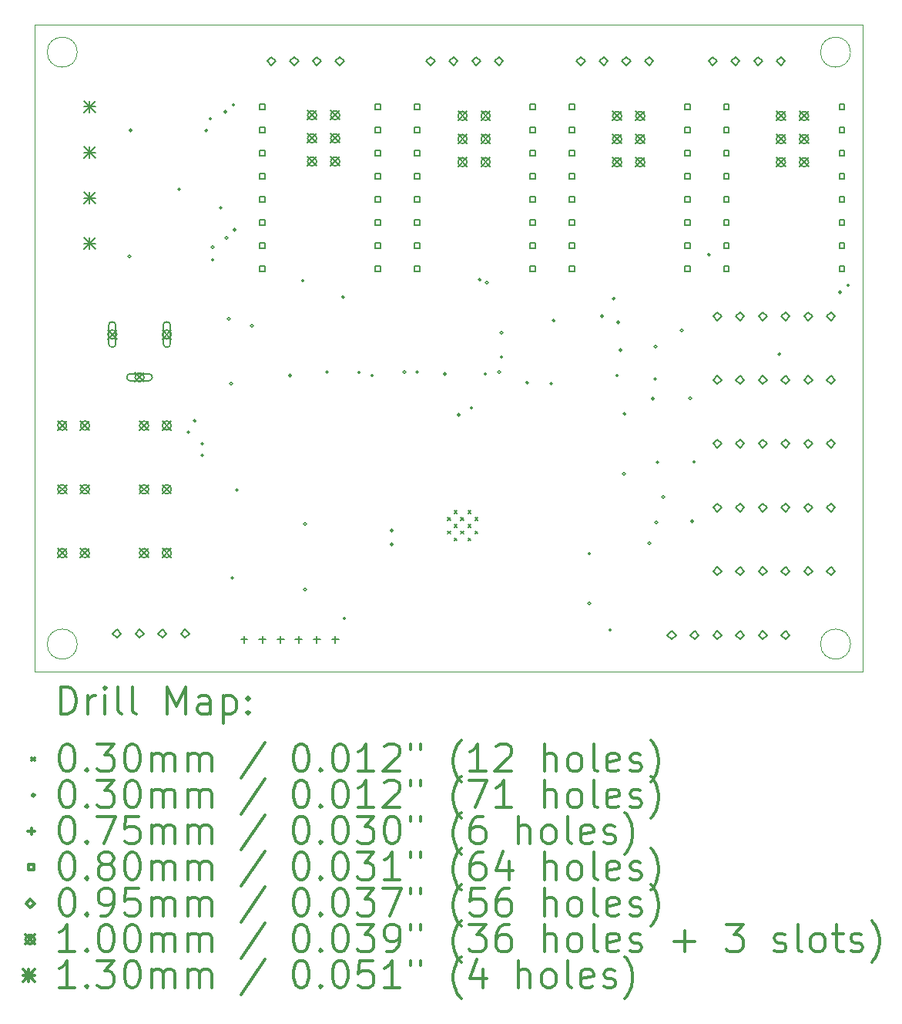
<source format=gbr>
%FSLAX45Y45*%
G04 Gerber Fmt 4.5, Leading zero omitted, Abs format (unit mm)*
G04 Created by KiCad (PCBNEW (5.1.9)-1) date 2021-04-30 00:53:20*
%MOMM*%
%LPD*%
G01*
G04 APERTURE LIST*
%TA.AperFunction,Profile*%
%ADD10C,0.050000*%
%TD*%
%ADD11C,0.200000*%
%ADD12C,0.300000*%
G04 APERTURE END LIST*
D10*
X25465000Y-5300000D02*
G75*
G03*
X25465000Y-5300000I-165000J0D01*
G01*
X25465000Y-11800000D02*
G75*
G03*
X25465000Y-11800000I-165000J0D01*
G01*
X16965000Y-11800000D02*
G75*
G03*
X16965000Y-11800000I-165000J0D01*
G01*
X16965000Y-5300000D02*
G75*
G03*
X16965000Y-5300000I-165000J0D01*
G01*
X25600000Y-12100000D02*
X16500000Y-12100000D01*
X25600000Y-5000000D02*
X25600000Y-12100000D01*
X16500000Y-5000000D02*
X25600000Y-5000000D01*
X16500000Y-12100000D02*
X16500000Y-5000000D01*
D11*
X21036000Y-10410000D02*
X21066000Y-10440000D01*
X21066000Y-10410000D02*
X21036000Y-10440000D01*
X21036000Y-10560000D02*
X21066000Y-10590000D01*
X21066000Y-10560000D02*
X21036000Y-10590000D01*
X21111000Y-10335000D02*
X21141000Y-10365000D01*
X21141000Y-10335000D02*
X21111000Y-10365000D01*
X21111000Y-10485000D02*
X21141000Y-10515000D01*
X21141000Y-10485000D02*
X21111000Y-10515000D01*
X21111000Y-10635000D02*
X21141000Y-10665000D01*
X21141000Y-10635000D02*
X21111000Y-10665000D01*
X21181000Y-10410000D02*
X21211000Y-10440000D01*
X21211000Y-10410000D02*
X21181000Y-10440000D01*
X21181000Y-10560000D02*
X21211000Y-10590000D01*
X21211000Y-10560000D02*
X21181000Y-10590000D01*
X21261000Y-10335000D02*
X21291000Y-10365000D01*
X21291000Y-10335000D02*
X21261000Y-10365000D01*
X21261000Y-10485000D02*
X21291000Y-10515000D01*
X21291000Y-10485000D02*
X21261000Y-10515000D01*
X21261000Y-10635000D02*
X21291000Y-10665000D01*
X21291000Y-10635000D02*
X21261000Y-10665000D01*
X21336000Y-10410000D02*
X21366000Y-10440000D01*
X21366000Y-10410000D02*
X21336000Y-10440000D01*
X21336000Y-10560000D02*
X21366000Y-10590000D01*
X21366000Y-10560000D02*
X21336000Y-10590000D01*
X17553940Y-7543800D02*
G75*
G03*
X17553940Y-7543800I-15240J0D01*
G01*
X17566640Y-6159500D02*
G75*
G03*
X17566640Y-6159500I-15240J0D01*
G01*
X18100040Y-6807200D02*
G75*
G03*
X18100040Y-6807200I-15240J0D01*
G01*
X18201640Y-9474200D02*
G75*
G03*
X18201640Y-9474200I-15240J0D01*
G01*
X18270220Y-9347200D02*
G75*
G03*
X18270220Y-9347200I-15240J0D01*
G01*
X18354040Y-9601200D02*
G75*
G03*
X18354040Y-9601200I-15240J0D01*
G01*
X18354040Y-9728200D02*
G75*
G03*
X18354040Y-9728200I-15240J0D01*
G01*
X18399760Y-6159500D02*
G75*
G03*
X18399760Y-6159500I-15240J0D01*
G01*
X18442940Y-6032500D02*
G75*
G03*
X18442940Y-6032500I-15240J0D01*
G01*
X18468340Y-7442200D02*
G75*
G03*
X18468340Y-7442200I-15240J0D01*
G01*
X18468340Y-7581900D02*
G75*
G03*
X18468340Y-7581900I-15240J0D01*
G01*
X18557240Y-7010400D02*
G75*
G03*
X18557240Y-7010400I-15240J0D01*
G01*
X18608040Y-5956300D02*
G75*
G03*
X18608040Y-5956300I-15240J0D01*
G01*
X18620740Y-7340600D02*
G75*
G03*
X18620740Y-7340600I-15240J0D01*
G01*
X18646140Y-8229600D02*
G75*
G03*
X18646140Y-8229600I-15240J0D01*
G01*
X18671540Y-8940800D02*
G75*
G03*
X18671540Y-8940800I-15240J0D01*
G01*
X18684240Y-11074400D02*
G75*
G03*
X18684240Y-11074400I-15240J0D01*
G01*
X18696940Y-5880100D02*
G75*
G03*
X18696940Y-5880100I-15240J0D01*
G01*
X18709640Y-7251700D02*
G75*
G03*
X18709640Y-7251700I-15240J0D01*
G01*
X18735040Y-10109200D02*
G75*
G03*
X18735040Y-10109200I-15240J0D01*
G01*
X18900140Y-8305800D02*
G75*
G03*
X18900140Y-8305800I-15240J0D01*
G01*
X19319240Y-8851900D02*
G75*
G03*
X19319240Y-8851900I-15240J0D01*
G01*
X19458940Y-7810500D02*
G75*
G03*
X19458940Y-7810500I-15240J0D01*
G01*
X19484340Y-10481614D02*
G75*
G03*
X19484340Y-10481614I-15240J0D01*
G01*
X19484340Y-11201400D02*
G75*
G03*
X19484340Y-11201400I-15240J0D01*
G01*
X19725640Y-8813800D02*
G75*
G03*
X19725640Y-8813800I-15240J0D01*
G01*
X19902036Y-7989704D02*
G75*
G03*
X19902036Y-7989704I-15240J0D01*
G01*
X19916140Y-11518900D02*
G75*
G03*
X19916140Y-11518900I-15240J0D01*
G01*
X20077239Y-8817801D02*
G75*
G03*
X20077239Y-8817801I-15240J0D01*
G01*
X20220940Y-8851900D02*
G75*
G03*
X20220940Y-8851900I-15240J0D01*
G01*
X20436840Y-10553700D02*
G75*
G03*
X20436840Y-10553700I-15240J0D01*
G01*
X20436840Y-10706100D02*
G75*
G03*
X20436840Y-10706100I-15240J0D01*
G01*
X20576540Y-8813800D02*
G75*
G03*
X20576540Y-8813800I-15240J0D01*
G01*
X20716240Y-8813800D02*
G75*
G03*
X20716240Y-8813800I-15240J0D01*
G01*
X21021040Y-8833480D02*
G75*
G03*
X21021040Y-8833480I-15240J0D01*
G01*
X21173440Y-9283700D02*
G75*
G03*
X21173440Y-9283700I-15240J0D01*
G01*
X21313140Y-9207500D02*
G75*
G03*
X21313140Y-9207500I-15240J0D01*
G01*
X21403636Y-7798659D02*
G75*
G03*
X21403636Y-7798659I-15240J0D01*
G01*
X21465540Y-8833480D02*
G75*
G03*
X21465540Y-8833480I-15240J0D01*
G01*
X21483786Y-7830819D02*
G75*
G03*
X21483786Y-7830819I-15240J0D01*
G01*
X21617940Y-8813800D02*
G75*
G03*
X21617940Y-8813800I-15240J0D01*
G01*
X21643340Y-8382000D02*
G75*
G03*
X21643340Y-8382000I-15240J0D01*
G01*
X21643340Y-8648700D02*
G75*
G03*
X21643340Y-8648700I-15240J0D01*
G01*
X21923560Y-8928100D02*
G75*
G03*
X21923560Y-8928100I-15240J0D01*
G01*
X22189440Y-8940800D02*
G75*
G03*
X22189440Y-8940800I-15240J0D01*
G01*
X22216660Y-8247382D02*
G75*
G03*
X22216660Y-8247382I-15240J0D01*
G01*
X22608540Y-10807700D02*
G75*
G03*
X22608540Y-10807700I-15240J0D01*
G01*
X22608540Y-11353800D02*
G75*
G03*
X22608540Y-11353800I-15240J0D01*
G01*
X22748240Y-8196581D02*
G75*
G03*
X22748240Y-8196581I-15240J0D01*
G01*
X22837140Y-11645900D02*
G75*
G03*
X22837140Y-11645900I-15240J0D01*
G01*
X22876120Y-8006080D02*
G75*
G03*
X22876120Y-8006080I-15240J0D01*
G01*
X22913340Y-8851900D02*
G75*
G03*
X22913340Y-8851900I-15240J0D01*
G01*
X22926040Y-8265162D02*
G75*
G03*
X22926040Y-8265162I-15240J0D01*
G01*
X22951440Y-8572500D02*
G75*
G03*
X22951440Y-8572500I-15240J0D01*
G01*
X22989540Y-9931400D02*
G75*
G03*
X22989540Y-9931400I-15240J0D01*
G01*
X22994620Y-9271000D02*
G75*
G03*
X22994620Y-9271000I-15240J0D01*
G01*
X23268940Y-10693400D02*
G75*
G03*
X23268940Y-10693400I-15240J0D01*
G01*
X23307040Y-9105900D02*
G75*
G03*
X23307040Y-9105900I-15240J0D01*
G01*
X23332440Y-8890000D02*
G75*
G03*
X23332440Y-8890000I-15240J0D01*
G01*
X23335886Y-8533021D02*
G75*
G03*
X23335886Y-8533021I-15240J0D01*
G01*
X23344760Y-10464800D02*
G75*
G03*
X23344760Y-10464800I-15240J0D01*
G01*
X23357460Y-9804400D02*
G75*
G03*
X23357460Y-9804400I-15240J0D01*
G01*
X23421340Y-10185400D02*
G75*
G03*
X23421340Y-10185400I-15240J0D01*
G01*
X23624540Y-8356600D02*
G75*
G03*
X23624540Y-8356600I-15240J0D01*
G01*
X23719340Y-9100000D02*
G75*
G03*
X23719340Y-9100000I-15240J0D01*
G01*
X23737240Y-10450500D02*
G75*
G03*
X23737240Y-10450500I-15240J0D01*
G01*
X23759840Y-9800000D02*
G75*
G03*
X23759840Y-9800000I-15240J0D01*
G01*
X23923096Y-7524856D02*
G75*
G03*
X23923096Y-7524856I-15240J0D01*
G01*
X24696483Y-8615743D02*
G75*
G03*
X24696483Y-8615743I-15240J0D01*
G01*
X25364441Y-7937500D02*
G75*
G03*
X25364441Y-7937500I-15240J0D01*
G01*
X25453340Y-7861300D02*
G75*
G03*
X25453340Y-7861300I-15240J0D01*
G01*
X18800000Y-11712500D02*
X18800000Y-11787500D01*
X18762500Y-11750000D02*
X18837500Y-11750000D01*
X19000000Y-11712500D02*
X19000000Y-11787500D01*
X18962500Y-11750000D02*
X19037500Y-11750000D01*
X19200000Y-11712500D02*
X19200000Y-11787500D01*
X19162500Y-11750000D02*
X19237500Y-11750000D01*
X19400000Y-11712500D02*
X19400000Y-11787500D01*
X19362500Y-11750000D02*
X19437500Y-11750000D01*
X19600000Y-11712500D02*
X19600000Y-11787500D01*
X19562500Y-11750000D02*
X19637500Y-11750000D01*
X19800000Y-11712500D02*
X19800000Y-11787500D01*
X19762500Y-11750000D02*
X19837500Y-11750000D01*
X19028285Y-5928284D02*
X19028285Y-5871715D01*
X18971716Y-5871715D01*
X18971716Y-5928284D01*
X19028285Y-5928284D01*
X19028285Y-6182284D02*
X19028285Y-6125715D01*
X18971716Y-6125715D01*
X18971716Y-6182284D01*
X19028285Y-6182284D01*
X19028285Y-6436284D02*
X19028285Y-6379715D01*
X18971716Y-6379715D01*
X18971716Y-6436284D01*
X19028285Y-6436284D01*
X19028285Y-6690284D02*
X19028285Y-6633715D01*
X18971716Y-6633715D01*
X18971716Y-6690284D01*
X19028285Y-6690284D01*
X19028285Y-6944284D02*
X19028285Y-6887715D01*
X18971716Y-6887715D01*
X18971716Y-6944284D01*
X19028285Y-6944284D01*
X19028285Y-7198284D02*
X19028285Y-7141715D01*
X18971716Y-7141715D01*
X18971716Y-7198284D01*
X19028285Y-7198284D01*
X19028285Y-7452284D02*
X19028285Y-7395715D01*
X18971716Y-7395715D01*
X18971716Y-7452284D01*
X19028285Y-7452284D01*
X19028285Y-7706284D02*
X19028285Y-7649715D01*
X18971716Y-7649715D01*
X18971716Y-7706284D01*
X19028285Y-7706284D01*
X20298285Y-5928284D02*
X20298285Y-5871715D01*
X20241716Y-5871715D01*
X20241716Y-5928284D01*
X20298285Y-5928284D01*
X20298285Y-6182284D02*
X20298285Y-6125715D01*
X20241716Y-6125715D01*
X20241716Y-6182284D01*
X20298285Y-6182284D01*
X20298285Y-6436284D02*
X20298285Y-6379715D01*
X20241716Y-6379715D01*
X20241716Y-6436284D01*
X20298285Y-6436284D01*
X20298285Y-6690284D02*
X20298285Y-6633715D01*
X20241716Y-6633715D01*
X20241716Y-6690284D01*
X20298285Y-6690284D01*
X20298285Y-6944284D02*
X20298285Y-6887715D01*
X20241716Y-6887715D01*
X20241716Y-6944284D01*
X20298285Y-6944284D01*
X20298285Y-7198284D02*
X20298285Y-7141715D01*
X20241716Y-7141715D01*
X20241716Y-7198284D01*
X20298285Y-7198284D01*
X20298285Y-7452284D02*
X20298285Y-7395715D01*
X20241716Y-7395715D01*
X20241716Y-7452284D01*
X20298285Y-7452284D01*
X20298285Y-7706284D02*
X20298285Y-7649715D01*
X20241716Y-7649715D01*
X20241716Y-7706284D01*
X20298285Y-7706284D01*
X20728285Y-5928284D02*
X20728285Y-5871715D01*
X20671716Y-5871715D01*
X20671716Y-5928284D01*
X20728285Y-5928284D01*
X20728285Y-6182284D02*
X20728285Y-6125715D01*
X20671716Y-6125715D01*
X20671716Y-6182284D01*
X20728285Y-6182284D01*
X20728285Y-6436284D02*
X20728285Y-6379715D01*
X20671716Y-6379715D01*
X20671716Y-6436284D01*
X20728285Y-6436284D01*
X20728285Y-6690284D02*
X20728285Y-6633715D01*
X20671716Y-6633715D01*
X20671716Y-6690284D01*
X20728285Y-6690284D01*
X20728285Y-6944284D02*
X20728285Y-6887715D01*
X20671716Y-6887715D01*
X20671716Y-6944284D01*
X20728285Y-6944284D01*
X20728285Y-7198284D02*
X20728285Y-7141715D01*
X20671716Y-7141715D01*
X20671716Y-7198284D01*
X20728285Y-7198284D01*
X20728285Y-7452284D02*
X20728285Y-7395715D01*
X20671716Y-7395715D01*
X20671716Y-7452284D01*
X20728285Y-7452284D01*
X20728285Y-7706284D02*
X20728285Y-7649715D01*
X20671716Y-7649715D01*
X20671716Y-7706284D01*
X20728285Y-7706284D01*
X21998285Y-5928284D02*
X21998285Y-5871715D01*
X21941716Y-5871715D01*
X21941716Y-5928284D01*
X21998285Y-5928284D01*
X21998285Y-6182284D02*
X21998285Y-6125715D01*
X21941716Y-6125715D01*
X21941716Y-6182284D01*
X21998285Y-6182284D01*
X21998285Y-6436284D02*
X21998285Y-6379715D01*
X21941716Y-6379715D01*
X21941716Y-6436284D01*
X21998285Y-6436284D01*
X21998285Y-6690284D02*
X21998285Y-6633715D01*
X21941716Y-6633715D01*
X21941716Y-6690284D01*
X21998285Y-6690284D01*
X21998285Y-6944284D02*
X21998285Y-6887715D01*
X21941716Y-6887715D01*
X21941716Y-6944284D01*
X21998285Y-6944284D01*
X21998285Y-7198284D02*
X21998285Y-7141715D01*
X21941716Y-7141715D01*
X21941716Y-7198284D01*
X21998285Y-7198284D01*
X21998285Y-7452284D02*
X21998285Y-7395715D01*
X21941716Y-7395715D01*
X21941716Y-7452284D01*
X21998285Y-7452284D01*
X21998285Y-7706284D02*
X21998285Y-7649715D01*
X21941716Y-7649715D01*
X21941716Y-7706284D01*
X21998285Y-7706284D01*
X22428284Y-5928284D02*
X22428284Y-5871715D01*
X22371715Y-5871715D01*
X22371715Y-5928284D01*
X22428284Y-5928284D01*
X22428284Y-6182284D02*
X22428284Y-6125715D01*
X22371715Y-6125715D01*
X22371715Y-6182284D01*
X22428284Y-6182284D01*
X22428284Y-6436284D02*
X22428284Y-6379715D01*
X22371715Y-6379715D01*
X22371715Y-6436284D01*
X22428284Y-6436284D01*
X22428284Y-6690284D02*
X22428284Y-6633715D01*
X22371715Y-6633715D01*
X22371715Y-6690284D01*
X22428284Y-6690284D01*
X22428284Y-6944284D02*
X22428284Y-6887715D01*
X22371715Y-6887715D01*
X22371715Y-6944284D01*
X22428284Y-6944284D01*
X22428284Y-7198284D02*
X22428284Y-7141715D01*
X22371715Y-7141715D01*
X22371715Y-7198284D01*
X22428284Y-7198284D01*
X22428284Y-7452284D02*
X22428284Y-7395715D01*
X22371715Y-7395715D01*
X22371715Y-7452284D01*
X22428284Y-7452284D01*
X22428284Y-7706284D02*
X22428284Y-7649715D01*
X22371715Y-7649715D01*
X22371715Y-7706284D01*
X22428284Y-7706284D01*
X23698284Y-5928284D02*
X23698284Y-5871715D01*
X23641715Y-5871715D01*
X23641715Y-5928284D01*
X23698284Y-5928284D01*
X23698284Y-6182284D02*
X23698284Y-6125715D01*
X23641715Y-6125715D01*
X23641715Y-6182284D01*
X23698284Y-6182284D01*
X23698284Y-6436284D02*
X23698284Y-6379715D01*
X23641715Y-6379715D01*
X23641715Y-6436284D01*
X23698284Y-6436284D01*
X23698284Y-6690284D02*
X23698284Y-6633715D01*
X23641715Y-6633715D01*
X23641715Y-6690284D01*
X23698284Y-6690284D01*
X23698284Y-6944284D02*
X23698284Y-6887715D01*
X23641715Y-6887715D01*
X23641715Y-6944284D01*
X23698284Y-6944284D01*
X23698284Y-7198284D02*
X23698284Y-7141715D01*
X23641715Y-7141715D01*
X23641715Y-7198284D01*
X23698284Y-7198284D01*
X23698284Y-7452284D02*
X23698284Y-7395715D01*
X23641715Y-7395715D01*
X23641715Y-7452284D01*
X23698284Y-7452284D01*
X23698284Y-7706284D02*
X23698284Y-7649715D01*
X23641715Y-7649715D01*
X23641715Y-7706284D01*
X23698284Y-7706284D01*
X24128284Y-5928284D02*
X24128284Y-5871715D01*
X24071715Y-5871715D01*
X24071715Y-5928284D01*
X24128284Y-5928284D01*
X24128284Y-6182284D02*
X24128284Y-6125715D01*
X24071715Y-6125715D01*
X24071715Y-6182284D01*
X24128284Y-6182284D01*
X24128284Y-6436284D02*
X24128284Y-6379715D01*
X24071715Y-6379715D01*
X24071715Y-6436284D01*
X24128284Y-6436284D01*
X24128284Y-6690284D02*
X24128284Y-6633715D01*
X24071715Y-6633715D01*
X24071715Y-6690284D01*
X24128284Y-6690284D01*
X24128284Y-6944284D02*
X24128284Y-6887715D01*
X24071715Y-6887715D01*
X24071715Y-6944284D01*
X24128284Y-6944284D01*
X24128284Y-7198284D02*
X24128284Y-7141715D01*
X24071715Y-7141715D01*
X24071715Y-7198284D01*
X24128284Y-7198284D01*
X24128284Y-7452284D02*
X24128284Y-7395715D01*
X24071715Y-7395715D01*
X24071715Y-7452284D01*
X24128284Y-7452284D01*
X24128284Y-7706284D02*
X24128284Y-7649715D01*
X24071715Y-7649715D01*
X24071715Y-7706284D01*
X24128284Y-7706284D01*
X25398284Y-5928284D02*
X25398284Y-5871715D01*
X25341715Y-5871715D01*
X25341715Y-5928284D01*
X25398284Y-5928284D01*
X25398284Y-6182284D02*
X25398284Y-6125715D01*
X25341715Y-6125715D01*
X25341715Y-6182284D01*
X25398284Y-6182284D01*
X25398284Y-6436284D02*
X25398284Y-6379715D01*
X25341715Y-6379715D01*
X25341715Y-6436284D01*
X25398284Y-6436284D01*
X25398284Y-6690284D02*
X25398284Y-6633715D01*
X25341715Y-6633715D01*
X25341715Y-6690284D01*
X25398284Y-6690284D01*
X25398284Y-6944284D02*
X25398284Y-6887715D01*
X25341715Y-6887715D01*
X25341715Y-6944284D01*
X25398284Y-6944284D01*
X25398284Y-7198284D02*
X25398284Y-7141715D01*
X25341715Y-7141715D01*
X25341715Y-7198284D01*
X25398284Y-7198284D01*
X25398284Y-7452284D02*
X25398284Y-7395715D01*
X25341715Y-7395715D01*
X25341715Y-7452284D01*
X25398284Y-7452284D01*
X25398284Y-7706284D02*
X25398284Y-7649715D01*
X25341715Y-7649715D01*
X25341715Y-7706284D01*
X25398284Y-7706284D01*
X17400000Y-11731500D02*
X17447500Y-11684000D01*
X17400000Y-11636500D01*
X17352500Y-11684000D01*
X17400000Y-11731500D01*
X17650000Y-11731500D02*
X17697500Y-11684000D01*
X17650000Y-11636500D01*
X17602500Y-11684000D01*
X17650000Y-11731500D01*
X17900000Y-11731500D02*
X17947500Y-11684000D01*
X17900000Y-11636500D01*
X17852500Y-11684000D01*
X17900000Y-11731500D01*
X18150000Y-11731500D02*
X18197500Y-11684000D01*
X18150000Y-11636500D01*
X18102500Y-11684000D01*
X18150000Y-11731500D01*
X19100000Y-5447500D02*
X19147500Y-5400000D01*
X19100000Y-5352500D01*
X19052500Y-5400000D01*
X19100000Y-5447500D01*
X19350000Y-5447500D02*
X19397500Y-5400000D01*
X19350000Y-5352500D01*
X19302500Y-5400000D01*
X19350000Y-5447500D01*
X19600000Y-5447500D02*
X19647500Y-5400000D01*
X19600000Y-5352500D01*
X19552500Y-5400000D01*
X19600000Y-5447500D01*
X19850000Y-5447500D02*
X19897500Y-5400000D01*
X19850000Y-5352500D01*
X19802500Y-5400000D01*
X19850000Y-5447500D01*
X20850000Y-5447500D02*
X20897500Y-5400000D01*
X20850000Y-5352500D01*
X20802500Y-5400000D01*
X20850000Y-5447500D01*
X21100000Y-5447500D02*
X21147500Y-5400000D01*
X21100000Y-5352500D01*
X21052500Y-5400000D01*
X21100000Y-5447500D01*
X21350000Y-5447500D02*
X21397500Y-5400000D01*
X21350000Y-5352500D01*
X21302500Y-5400000D01*
X21350000Y-5447500D01*
X21600000Y-5447500D02*
X21647500Y-5400000D01*
X21600000Y-5352500D01*
X21552500Y-5400000D01*
X21600000Y-5447500D01*
X22500000Y-5447500D02*
X22547500Y-5400000D01*
X22500000Y-5352500D01*
X22452500Y-5400000D01*
X22500000Y-5447500D01*
X22750000Y-5447500D02*
X22797500Y-5400000D01*
X22750000Y-5352500D01*
X22702500Y-5400000D01*
X22750000Y-5447500D01*
X23000000Y-5447500D02*
X23047500Y-5400000D01*
X23000000Y-5352500D01*
X22952500Y-5400000D01*
X23000000Y-5447500D01*
X23250000Y-5447500D02*
X23297500Y-5400000D01*
X23250000Y-5352500D01*
X23202500Y-5400000D01*
X23250000Y-5447500D01*
X23500000Y-11747500D02*
X23547500Y-11700000D01*
X23500000Y-11652500D01*
X23452500Y-11700000D01*
X23500000Y-11747500D01*
X23750000Y-11747500D02*
X23797500Y-11700000D01*
X23750000Y-11652500D01*
X23702500Y-11700000D01*
X23750000Y-11747500D01*
X23950000Y-5447500D02*
X23997500Y-5400000D01*
X23950000Y-5352500D01*
X23902500Y-5400000D01*
X23950000Y-5447500D01*
X24000000Y-8247500D02*
X24047500Y-8200000D01*
X24000000Y-8152500D01*
X23952500Y-8200000D01*
X24000000Y-8247500D01*
X24000000Y-8947500D02*
X24047500Y-8900000D01*
X24000000Y-8852500D01*
X23952500Y-8900000D01*
X24000000Y-8947500D01*
X24000000Y-9647500D02*
X24047500Y-9600000D01*
X24000000Y-9552500D01*
X23952500Y-9600000D01*
X24000000Y-9647500D01*
X24000000Y-10347500D02*
X24047500Y-10300000D01*
X24000000Y-10252500D01*
X23952500Y-10300000D01*
X24000000Y-10347500D01*
X24000000Y-11047500D02*
X24047500Y-11000000D01*
X24000000Y-10952500D01*
X23952500Y-11000000D01*
X24000000Y-11047500D01*
X24000000Y-11747500D02*
X24047500Y-11700000D01*
X24000000Y-11652500D01*
X23952500Y-11700000D01*
X24000000Y-11747500D01*
X24200000Y-5447500D02*
X24247500Y-5400000D01*
X24200000Y-5352500D01*
X24152500Y-5400000D01*
X24200000Y-5447500D01*
X24250000Y-8247500D02*
X24297500Y-8200000D01*
X24250000Y-8152500D01*
X24202500Y-8200000D01*
X24250000Y-8247500D01*
X24250000Y-8947500D02*
X24297500Y-8900000D01*
X24250000Y-8852500D01*
X24202500Y-8900000D01*
X24250000Y-8947500D01*
X24250000Y-9647500D02*
X24297500Y-9600000D01*
X24250000Y-9552500D01*
X24202500Y-9600000D01*
X24250000Y-9647500D01*
X24250000Y-10347500D02*
X24297500Y-10300000D01*
X24250000Y-10252500D01*
X24202500Y-10300000D01*
X24250000Y-10347500D01*
X24250000Y-11047500D02*
X24297500Y-11000000D01*
X24250000Y-10952500D01*
X24202500Y-11000000D01*
X24250000Y-11047500D01*
X24250000Y-11747500D02*
X24297500Y-11700000D01*
X24250000Y-11652500D01*
X24202500Y-11700000D01*
X24250000Y-11747500D01*
X24450000Y-5447500D02*
X24497500Y-5400000D01*
X24450000Y-5352500D01*
X24402500Y-5400000D01*
X24450000Y-5447500D01*
X24500000Y-8247500D02*
X24547500Y-8200000D01*
X24500000Y-8152500D01*
X24452500Y-8200000D01*
X24500000Y-8247500D01*
X24500000Y-8947500D02*
X24547500Y-8900000D01*
X24500000Y-8852500D01*
X24452500Y-8900000D01*
X24500000Y-8947500D01*
X24500000Y-9647500D02*
X24547500Y-9600000D01*
X24500000Y-9552500D01*
X24452500Y-9600000D01*
X24500000Y-9647500D01*
X24500000Y-10347500D02*
X24547500Y-10300000D01*
X24500000Y-10252500D01*
X24452500Y-10300000D01*
X24500000Y-10347500D01*
X24500000Y-11047500D02*
X24547500Y-11000000D01*
X24500000Y-10952500D01*
X24452500Y-11000000D01*
X24500000Y-11047500D01*
X24500000Y-11747500D02*
X24547500Y-11700000D01*
X24500000Y-11652500D01*
X24452500Y-11700000D01*
X24500000Y-11747500D01*
X24700000Y-5447500D02*
X24747500Y-5400000D01*
X24700000Y-5352500D01*
X24652500Y-5400000D01*
X24700000Y-5447500D01*
X24750000Y-8247500D02*
X24797500Y-8200000D01*
X24750000Y-8152500D01*
X24702500Y-8200000D01*
X24750000Y-8247500D01*
X24750000Y-8947500D02*
X24797500Y-8900000D01*
X24750000Y-8852500D01*
X24702500Y-8900000D01*
X24750000Y-8947500D01*
X24750000Y-9647500D02*
X24797500Y-9600000D01*
X24750000Y-9552500D01*
X24702500Y-9600000D01*
X24750000Y-9647500D01*
X24750000Y-10347500D02*
X24797500Y-10300000D01*
X24750000Y-10252500D01*
X24702500Y-10300000D01*
X24750000Y-10347500D01*
X24750000Y-11047500D02*
X24797500Y-11000000D01*
X24750000Y-10952500D01*
X24702500Y-11000000D01*
X24750000Y-11047500D01*
X24750000Y-11747500D02*
X24797500Y-11700000D01*
X24750000Y-11652500D01*
X24702500Y-11700000D01*
X24750000Y-11747500D01*
X25000000Y-8247500D02*
X25047500Y-8200000D01*
X25000000Y-8152500D01*
X24952500Y-8200000D01*
X25000000Y-8247500D01*
X25000000Y-8947500D02*
X25047500Y-8900000D01*
X25000000Y-8852500D01*
X24952500Y-8900000D01*
X25000000Y-8947500D01*
X25000000Y-9647500D02*
X25047500Y-9600000D01*
X25000000Y-9552500D01*
X24952500Y-9600000D01*
X25000000Y-9647500D01*
X25000000Y-10347500D02*
X25047500Y-10300000D01*
X25000000Y-10252500D01*
X24952500Y-10300000D01*
X25000000Y-10347500D01*
X25000000Y-11047500D02*
X25047500Y-11000000D01*
X25000000Y-10952500D01*
X24952500Y-11000000D01*
X25000000Y-11047500D01*
X25250000Y-8247500D02*
X25297500Y-8200000D01*
X25250000Y-8152500D01*
X25202500Y-8200000D01*
X25250000Y-8247500D01*
X25250000Y-8947500D02*
X25297500Y-8900000D01*
X25250000Y-8852500D01*
X25202500Y-8900000D01*
X25250000Y-8947500D01*
X25250000Y-9647500D02*
X25297500Y-9600000D01*
X25250000Y-9552500D01*
X25202500Y-9600000D01*
X25250000Y-9647500D01*
X25250000Y-10347500D02*
X25297500Y-10300000D01*
X25250000Y-10252500D01*
X25202500Y-10300000D01*
X25250000Y-10347500D01*
X25250000Y-11047500D02*
X25297500Y-11000000D01*
X25250000Y-10952500D01*
X25202500Y-11000000D01*
X25250000Y-11047500D01*
X16750000Y-9350000D02*
X16850000Y-9450000D01*
X16850000Y-9350000D02*
X16750000Y-9450000D01*
X16850000Y-9400000D02*
G75*
G03*
X16850000Y-9400000I-50000J0D01*
G01*
X16750000Y-10050000D02*
X16850000Y-10150000D01*
X16850000Y-10050000D02*
X16750000Y-10150000D01*
X16850000Y-10100000D02*
G75*
G03*
X16850000Y-10100000I-50000J0D01*
G01*
X16750000Y-10750000D02*
X16850000Y-10850000D01*
X16850000Y-10750000D02*
X16750000Y-10850000D01*
X16850000Y-10800000D02*
G75*
G03*
X16850000Y-10800000I-50000J0D01*
G01*
X17000000Y-9350000D02*
X17100000Y-9450000D01*
X17100000Y-9350000D02*
X17000000Y-9450000D01*
X17100000Y-9400000D02*
G75*
G03*
X17100000Y-9400000I-50000J0D01*
G01*
X17000000Y-10050000D02*
X17100000Y-10150000D01*
X17100000Y-10050000D02*
X17000000Y-10150000D01*
X17100000Y-10100000D02*
G75*
G03*
X17100000Y-10100000I-50000J0D01*
G01*
X17000000Y-10750000D02*
X17100000Y-10850000D01*
X17100000Y-10750000D02*
X17000000Y-10850000D01*
X17100000Y-10800000D02*
G75*
G03*
X17100000Y-10800000I-50000J0D01*
G01*
X17300000Y-8350000D02*
X17400000Y-8450000D01*
X17400000Y-8350000D02*
X17300000Y-8450000D01*
X17400000Y-8400000D02*
G75*
G03*
X17400000Y-8400000I-50000J0D01*
G01*
X17310000Y-8300000D02*
X17310000Y-8500000D01*
X17390000Y-8300000D02*
X17390000Y-8500000D01*
X17310000Y-8500000D02*
G75*
G03*
X17390000Y-8500000I40000J0D01*
G01*
X17390000Y-8300000D02*
G75*
G03*
X17310000Y-8300000I-40000J0D01*
G01*
X17600000Y-8820000D02*
X17700000Y-8920000D01*
X17700000Y-8820000D02*
X17600000Y-8920000D01*
X17700000Y-8870000D02*
G75*
G03*
X17700000Y-8870000I-50000J0D01*
G01*
X17550000Y-8910000D02*
X17750000Y-8910000D01*
X17550000Y-8830000D02*
X17750000Y-8830000D01*
X17750000Y-8910000D02*
G75*
G03*
X17750000Y-8830000I0J40000D01*
G01*
X17550000Y-8830000D02*
G75*
G03*
X17550000Y-8910000I0J-40000D01*
G01*
X17650000Y-9350000D02*
X17750000Y-9450000D01*
X17750000Y-9350000D02*
X17650000Y-9450000D01*
X17750000Y-9400000D02*
G75*
G03*
X17750000Y-9400000I-50000J0D01*
G01*
X17650000Y-10050000D02*
X17750000Y-10150000D01*
X17750000Y-10050000D02*
X17650000Y-10150000D01*
X17750000Y-10100000D02*
G75*
G03*
X17750000Y-10100000I-50000J0D01*
G01*
X17650000Y-10750000D02*
X17750000Y-10850000D01*
X17750000Y-10750000D02*
X17650000Y-10850000D01*
X17750000Y-10800000D02*
G75*
G03*
X17750000Y-10800000I-50000J0D01*
G01*
X17900000Y-8350000D02*
X18000000Y-8450000D01*
X18000000Y-8350000D02*
X17900000Y-8450000D01*
X18000000Y-8400000D02*
G75*
G03*
X18000000Y-8400000I-50000J0D01*
G01*
X17910000Y-8300000D02*
X17910000Y-8500000D01*
X17990000Y-8300000D02*
X17990000Y-8500000D01*
X17910000Y-8500000D02*
G75*
G03*
X17990000Y-8500000I40000J0D01*
G01*
X17990000Y-8300000D02*
G75*
G03*
X17910000Y-8300000I-40000J0D01*
G01*
X17900000Y-9350000D02*
X18000000Y-9450000D01*
X18000000Y-9350000D02*
X17900000Y-9450000D01*
X18000000Y-9400000D02*
G75*
G03*
X18000000Y-9400000I-50000J0D01*
G01*
X17900000Y-10050000D02*
X18000000Y-10150000D01*
X18000000Y-10050000D02*
X17900000Y-10150000D01*
X18000000Y-10100000D02*
G75*
G03*
X18000000Y-10100000I-50000J0D01*
G01*
X17900000Y-10750000D02*
X18000000Y-10850000D01*
X18000000Y-10750000D02*
X17900000Y-10850000D01*
X18000000Y-10800000D02*
G75*
G03*
X18000000Y-10800000I-50000J0D01*
G01*
X19496000Y-5942000D02*
X19596000Y-6042000D01*
X19596000Y-5942000D02*
X19496000Y-6042000D01*
X19596000Y-5992000D02*
G75*
G03*
X19596000Y-5992000I-50000J0D01*
G01*
X19496000Y-6196000D02*
X19596000Y-6296000D01*
X19596000Y-6196000D02*
X19496000Y-6296000D01*
X19596000Y-6246000D02*
G75*
G03*
X19596000Y-6246000I-50000J0D01*
G01*
X19496000Y-6450000D02*
X19596000Y-6550000D01*
X19596000Y-6450000D02*
X19496000Y-6550000D01*
X19596000Y-6500000D02*
G75*
G03*
X19596000Y-6500000I-50000J0D01*
G01*
X19750000Y-5942000D02*
X19850000Y-6042000D01*
X19850000Y-5942000D02*
X19750000Y-6042000D01*
X19850000Y-5992000D02*
G75*
G03*
X19850000Y-5992000I-50000J0D01*
G01*
X19750000Y-6196000D02*
X19850000Y-6296000D01*
X19850000Y-6196000D02*
X19750000Y-6296000D01*
X19850000Y-6246000D02*
G75*
G03*
X19850000Y-6246000I-50000J0D01*
G01*
X19750000Y-6450000D02*
X19850000Y-6550000D01*
X19850000Y-6450000D02*
X19750000Y-6550000D01*
X19850000Y-6500000D02*
G75*
G03*
X19850000Y-6500000I-50000J0D01*
G01*
X21150000Y-5950000D02*
X21250000Y-6050000D01*
X21250000Y-5950000D02*
X21150000Y-6050000D01*
X21250000Y-6000000D02*
G75*
G03*
X21250000Y-6000000I-50000J0D01*
G01*
X21150000Y-6204000D02*
X21250000Y-6304000D01*
X21250000Y-6204000D02*
X21150000Y-6304000D01*
X21250000Y-6254000D02*
G75*
G03*
X21250000Y-6254000I-50000J0D01*
G01*
X21150000Y-6458000D02*
X21250000Y-6558000D01*
X21250000Y-6458000D02*
X21150000Y-6558000D01*
X21250000Y-6508000D02*
G75*
G03*
X21250000Y-6508000I-50000J0D01*
G01*
X21404000Y-5950000D02*
X21504000Y-6050000D01*
X21504000Y-5950000D02*
X21404000Y-6050000D01*
X21504000Y-6000000D02*
G75*
G03*
X21504000Y-6000000I-50000J0D01*
G01*
X21404000Y-6204000D02*
X21504000Y-6304000D01*
X21504000Y-6204000D02*
X21404000Y-6304000D01*
X21504000Y-6254000D02*
G75*
G03*
X21504000Y-6254000I-50000J0D01*
G01*
X21404000Y-6458000D02*
X21504000Y-6558000D01*
X21504000Y-6458000D02*
X21404000Y-6558000D01*
X21504000Y-6508000D02*
G75*
G03*
X21504000Y-6508000I-50000J0D01*
G01*
X22850000Y-5950000D02*
X22950000Y-6050000D01*
X22950000Y-5950000D02*
X22850000Y-6050000D01*
X22950000Y-6000000D02*
G75*
G03*
X22950000Y-6000000I-50000J0D01*
G01*
X22850000Y-6204000D02*
X22950000Y-6304000D01*
X22950000Y-6204000D02*
X22850000Y-6304000D01*
X22950000Y-6254000D02*
G75*
G03*
X22950000Y-6254000I-50000J0D01*
G01*
X22850000Y-6458000D02*
X22950000Y-6558000D01*
X22950000Y-6458000D02*
X22850000Y-6558000D01*
X22950000Y-6508000D02*
G75*
G03*
X22950000Y-6508000I-50000J0D01*
G01*
X23104000Y-5950000D02*
X23204000Y-6050000D01*
X23204000Y-5950000D02*
X23104000Y-6050000D01*
X23204000Y-6000000D02*
G75*
G03*
X23204000Y-6000000I-50000J0D01*
G01*
X23104000Y-6204000D02*
X23204000Y-6304000D01*
X23204000Y-6204000D02*
X23104000Y-6304000D01*
X23204000Y-6254000D02*
G75*
G03*
X23204000Y-6254000I-50000J0D01*
G01*
X23104000Y-6458000D02*
X23204000Y-6558000D01*
X23204000Y-6458000D02*
X23104000Y-6558000D01*
X23204000Y-6508000D02*
G75*
G03*
X23204000Y-6508000I-50000J0D01*
G01*
X24650000Y-5950000D02*
X24750000Y-6050000D01*
X24750000Y-5950000D02*
X24650000Y-6050000D01*
X24750000Y-6000000D02*
G75*
G03*
X24750000Y-6000000I-50000J0D01*
G01*
X24650000Y-6204000D02*
X24750000Y-6304000D01*
X24750000Y-6204000D02*
X24650000Y-6304000D01*
X24750000Y-6254000D02*
G75*
G03*
X24750000Y-6254000I-50000J0D01*
G01*
X24650000Y-6458000D02*
X24750000Y-6558000D01*
X24750000Y-6458000D02*
X24650000Y-6558000D01*
X24750000Y-6508000D02*
G75*
G03*
X24750000Y-6508000I-50000J0D01*
G01*
X24904000Y-5950000D02*
X25004000Y-6050000D01*
X25004000Y-5950000D02*
X24904000Y-6050000D01*
X25004000Y-6000000D02*
G75*
G03*
X25004000Y-6000000I-50000J0D01*
G01*
X24904000Y-6204000D02*
X25004000Y-6304000D01*
X25004000Y-6204000D02*
X24904000Y-6304000D01*
X25004000Y-6254000D02*
G75*
G03*
X25004000Y-6254000I-50000J0D01*
G01*
X24904000Y-6458000D02*
X25004000Y-6558000D01*
X25004000Y-6458000D02*
X24904000Y-6558000D01*
X25004000Y-6508000D02*
G75*
G03*
X25004000Y-6508000I-50000J0D01*
G01*
X17035000Y-5835000D02*
X17165000Y-5965000D01*
X17165000Y-5835000D02*
X17035000Y-5965000D01*
X17100000Y-5835000D02*
X17100000Y-5965000D01*
X17035000Y-5900000D02*
X17165000Y-5900000D01*
X17035000Y-6335000D02*
X17165000Y-6465000D01*
X17165000Y-6335000D02*
X17035000Y-6465000D01*
X17100000Y-6335000D02*
X17100000Y-6465000D01*
X17035000Y-6400000D02*
X17165000Y-6400000D01*
X17035000Y-6835000D02*
X17165000Y-6965000D01*
X17165000Y-6835000D02*
X17035000Y-6965000D01*
X17100000Y-6835000D02*
X17100000Y-6965000D01*
X17035000Y-6900000D02*
X17165000Y-6900000D01*
X17035000Y-7335000D02*
X17165000Y-7465000D01*
X17165000Y-7335000D02*
X17035000Y-7465000D01*
X17100000Y-7335000D02*
X17100000Y-7465000D01*
X17035000Y-7400000D02*
X17165000Y-7400000D01*
D12*
X16783928Y-12568214D02*
X16783928Y-12268214D01*
X16855357Y-12268214D01*
X16898214Y-12282500D01*
X16926786Y-12311071D01*
X16941071Y-12339643D01*
X16955357Y-12396786D01*
X16955357Y-12439643D01*
X16941071Y-12496786D01*
X16926786Y-12525357D01*
X16898214Y-12553929D01*
X16855357Y-12568214D01*
X16783928Y-12568214D01*
X17083928Y-12568214D02*
X17083928Y-12368214D01*
X17083928Y-12425357D02*
X17098214Y-12396786D01*
X17112500Y-12382500D01*
X17141071Y-12368214D01*
X17169643Y-12368214D01*
X17269643Y-12568214D02*
X17269643Y-12368214D01*
X17269643Y-12268214D02*
X17255357Y-12282500D01*
X17269643Y-12296786D01*
X17283928Y-12282500D01*
X17269643Y-12268214D01*
X17269643Y-12296786D01*
X17455357Y-12568214D02*
X17426786Y-12553929D01*
X17412500Y-12525357D01*
X17412500Y-12268214D01*
X17612500Y-12568214D02*
X17583928Y-12553929D01*
X17569643Y-12525357D01*
X17569643Y-12268214D01*
X17955357Y-12568214D02*
X17955357Y-12268214D01*
X18055357Y-12482500D01*
X18155357Y-12268214D01*
X18155357Y-12568214D01*
X18426786Y-12568214D02*
X18426786Y-12411071D01*
X18412500Y-12382500D01*
X18383928Y-12368214D01*
X18326786Y-12368214D01*
X18298214Y-12382500D01*
X18426786Y-12553929D02*
X18398214Y-12568214D01*
X18326786Y-12568214D01*
X18298214Y-12553929D01*
X18283928Y-12525357D01*
X18283928Y-12496786D01*
X18298214Y-12468214D01*
X18326786Y-12453929D01*
X18398214Y-12453929D01*
X18426786Y-12439643D01*
X18569643Y-12368214D02*
X18569643Y-12668214D01*
X18569643Y-12382500D02*
X18598214Y-12368214D01*
X18655357Y-12368214D01*
X18683928Y-12382500D01*
X18698214Y-12396786D01*
X18712500Y-12425357D01*
X18712500Y-12511071D01*
X18698214Y-12539643D01*
X18683928Y-12553929D01*
X18655357Y-12568214D01*
X18598214Y-12568214D01*
X18569643Y-12553929D01*
X18841071Y-12539643D02*
X18855357Y-12553929D01*
X18841071Y-12568214D01*
X18826786Y-12553929D01*
X18841071Y-12539643D01*
X18841071Y-12568214D01*
X18841071Y-12382500D02*
X18855357Y-12396786D01*
X18841071Y-12411071D01*
X18826786Y-12396786D01*
X18841071Y-12382500D01*
X18841071Y-12411071D01*
X16467500Y-13047500D02*
X16497500Y-13077500D01*
X16497500Y-13047500D02*
X16467500Y-13077500D01*
X16841071Y-12898214D02*
X16869643Y-12898214D01*
X16898214Y-12912500D01*
X16912500Y-12926786D01*
X16926786Y-12955357D01*
X16941071Y-13012500D01*
X16941071Y-13083929D01*
X16926786Y-13141071D01*
X16912500Y-13169643D01*
X16898214Y-13183929D01*
X16869643Y-13198214D01*
X16841071Y-13198214D01*
X16812500Y-13183929D01*
X16798214Y-13169643D01*
X16783928Y-13141071D01*
X16769643Y-13083929D01*
X16769643Y-13012500D01*
X16783928Y-12955357D01*
X16798214Y-12926786D01*
X16812500Y-12912500D01*
X16841071Y-12898214D01*
X17069643Y-13169643D02*
X17083928Y-13183929D01*
X17069643Y-13198214D01*
X17055357Y-13183929D01*
X17069643Y-13169643D01*
X17069643Y-13198214D01*
X17183928Y-12898214D02*
X17369643Y-12898214D01*
X17269643Y-13012500D01*
X17312500Y-13012500D01*
X17341071Y-13026786D01*
X17355357Y-13041071D01*
X17369643Y-13069643D01*
X17369643Y-13141071D01*
X17355357Y-13169643D01*
X17341071Y-13183929D01*
X17312500Y-13198214D01*
X17226786Y-13198214D01*
X17198214Y-13183929D01*
X17183928Y-13169643D01*
X17555357Y-12898214D02*
X17583928Y-12898214D01*
X17612500Y-12912500D01*
X17626786Y-12926786D01*
X17641071Y-12955357D01*
X17655357Y-13012500D01*
X17655357Y-13083929D01*
X17641071Y-13141071D01*
X17626786Y-13169643D01*
X17612500Y-13183929D01*
X17583928Y-13198214D01*
X17555357Y-13198214D01*
X17526786Y-13183929D01*
X17512500Y-13169643D01*
X17498214Y-13141071D01*
X17483928Y-13083929D01*
X17483928Y-13012500D01*
X17498214Y-12955357D01*
X17512500Y-12926786D01*
X17526786Y-12912500D01*
X17555357Y-12898214D01*
X17783928Y-13198214D02*
X17783928Y-12998214D01*
X17783928Y-13026786D02*
X17798214Y-13012500D01*
X17826786Y-12998214D01*
X17869643Y-12998214D01*
X17898214Y-13012500D01*
X17912500Y-13041071D01*
X17912500Y-13198214D01*
X17912500Y-13041071D02*
X17926786Y-13012500D01*
X17955357Y-12998214D01*
X17998214Y-12998214D01*
X18026786Y-13012500D01*
X18041071Y-13041071D01*
X18041071Y-13198214D01*
X18183928Y-13198214D02*
X18183928Y-12998214D01*
X18183928Y-13026786D02*
X18198214Y-13012500D01*
X18226786Y-12998214D01*
X18269643Y-12998214D01*
X18298214Y-13012500D01*
X18312500Y-13041071D01*
X18312500Y-13198214D01*
X18312500Y-13041071D02*
X18326786Y-13012500D01*
X18355357Y-12998214D01*
X18398214Y-12998214D01*
X18426786Y-13012500D01*
X18441071Y-13041071D01*
X18441071Y-13198214D01*
X19026786Y-12883929D02*
X18769643Y-13269643D01*
X19412500Y-12898214D02*
X19441071Y-12898214D01*
X19469643Y-12912500D01*
X19483928Y-12926786D01*
X19498214Y-12955357D01*
X19512500Y-13012500D01*
X19512500Y-13083929D01*
X19498214Y-13141071D01*
X19483928Y-13169643D01*
X19469643Y-13183929D01*
X19441071Y-13198214D01*
X19412500Y-13198214D01*
X19383928Y-13183929D01*
X19369643Y-13169643D01*
X19355357Y-13141071D01*
X19341071Y-13083929D01*
X19341071Y-13012500D01*
X19355357Y-12955357D01*
X19369643Y-12926786D01*
X19383928Y-12912500D01*
X19412500Y-12898214D01*
X19641071Y-13169643D02*
X19655357Y-13183929D01*
X19641071Y-13198214D01*
X19626786Y-13183929D01*
X19641071Y-13169643D01*
X19641071Y-13198214D01*
X19841071Y-12898214D02*
X19869643Y-12898214D01*
X19898214Y-12912500D01*
X19912500Y-12926786D01*
X19926786Y-12955357D01*
X19941071Y-13012500D01*
X19941071Y-13083929D01*
X19926786Y-13141071D01*
X19912500Y-13169643D01*
X19898214Y-13183929D01*
X19869643Y-13198214D01*
X19841071Y-13198214D01*
X19812500Y-13183929D01*
X19798214Y-13169643D01*
X19783928Y-13141071D01*
X19769643Y-13083929D01*
X19769643Y-13012500D01*
X19783928Y-12955357D01*
X19798214Y-12926786D01*
X19812500Y-12912500D01*
X19841071Y-12898214D01*
X20226786Y-13198214D02*
X20055357Y-13198214D01*
X20141071Y-13198214D02*
X20141071Y-12898214D01*
X20112500Y-12941071D01*
X20083928Y-12969643D01*
X20055357Y-12983929D01*
X20341071Y-12926786D02*
X20355357Y-12912500D01*
X20383928Y-12898214D01*
X20455357Y-12898214D01*
X20483928Y-12912500D01*
X20498214Y-12926786D01*
X20512500Y-12955357D01*
X20512500Y-12983929D01*
X20498214Y-13026786D01*
X20326786Y-13198214D01*
X20512500Y-13198214D01*
X20626786Y-12898214D02*
X20626786Y-12955357D01*
X20741071Y-12898214D02*
X20741071Y-12955357D01*
X21183928Y-13312500D02*
X21169643Y-13298214D01*
X21141071Y-13255357D01*
X21126786Y-13226786D01*
X21112500Y-13183929D01*
X21098214Y-13112500D01*
X21098214Y-13055357D01*
X21112500Y-12983929D01*
X21126786Y-12941071D01*
X21141071Y-12912500D01*
X21169643Y-12869643D01*
X21183928Y-12855357D01*
X21455357Y-13198214D02*
X21283928Y-13198214D01*
X21369643Y-13198214D02*
X21369643Y-12898214D01*
X21341071Y-12941071D01*
X21312500Y-12969643D01*
X21283928Y-12983929D01*
X21569643Y-12926786D02*
X21583928Y-12912500D01*
X21612500Y-12898214D01*
X21683928Y-12898214D01*
X21712500Y-12912500D01*
X21726786Y-12926786D01*
X21741071Y-12955357D01*
X21741071Y-12983929D01*
X21726786Y-13026786D01*
X21555357Y-13198214D01*
X21741071Y-13198214D01*
X22098214Y-13198214D02*
X22098214Y-12898214D01*
X22226786Y-13198214D02*
X22226786Y-13041071D01*
X22212500Y-13012500D01*
X22183928Y-12998214D01*
X22141071Y-12998214D01*
X22112500Y-13012500D01*
X22098214Y-13026786D01*
X22412500Y-13198214D02*
X22383928Y-13183929D01*
X22369643Y-13169643D01*
X22355357Y-13141071D01*
X22355357Y-13055357D01*
X22369643Y-13026786D01*
X22383928Y-13012500D01*
X22412500Y-12998214D01*
X22455357Y-12998214D01*
X22483928Y-13012500D01*
X22498214Y-13026786D01*
X22512500Y-13055357D01*
X22512500Y-13141071D01*
X22498214Y-13169643D01*
X22483928Y-13183929D01*
X22455357Y-13198214D01*
X22412500Y-13198214D01*
X22683928Y-13198214D02*
X22655357Y-13183929D01*
X22641071Y-13155357D01*
X22641071Y-12898214D01*
X22912500Y-13183929D02*
X22883928Y-13198214D01*
X22826786Y-13198214D01*
X22798214Y-13183929D01*
X22783928Y-13155357D01*
X22783928Y-13041071D01*
X22798214Y-13012500D01*
X22826786Y-12998214D01*
X22883928Y-12998214D01*
X22912500Y-13012500D01*
X22926786Y-13041071D01*
X22926786Y-13069643D01*
X22783928Y-13098214D01*
X23041071Y-13183929D02*
X23069643Y-13198214D01*
X23126786Y-13198214D01*
X23155357Y-13183929D01*
X23169643Y-13155357D01*
X23169643Y-13141071D01*
X23155357Y-13112500D01*
X23126786Y-13098214D01*
X23083928Y-13098214D01*
X23055357Y-13083929D01*
X23041071Y-13055357D01*
X23041071Y-13041071D01*
X23055357Y-13012500D01*
X23083928Y-12998214D01*
X23126786Y-12998214D01*
X23155357Y-13012500D01*
X23269643Y-13312500D02*
X23283928Y-13298214D01*
X23312500Y-13255357D01*
X23326786Y-13226786D01*
X23341071Y-13183929D01*
X23355357Y-13112500D01*
X23355357Y-13055357D01*
X23341071Y-12983929D01*
X23326786Y-12941071D01*
X23312500Y-12912500D01*
X23283928Y-12869643D01*
X23269643Y-12855357D01*
X16497500Y-13458500D02*
G75*
G03*
X16497500Y-13458500I-15240J0D01*
G01*
X16841071Y-13294214D02*
X16869643Y-13294214D01*
X16898214Y-13308500D01*
X16912500Y-13322786D01*
X16926786Y-13351357D01*
X16941071Y-13408500D01*
X16941071Y-13479929D01*
X16926786Y-13537071D01*
X16912500Y-13565643D01*
X16898214Y-13579929D01*
X16869643Y-13594214D01*
X16841071Y-13594214D01*
X16812500Y-13579929D01*
X16798214Y-13565643D01*
X16783928Y-13537071D01*
X16769643Y-13479929D01*
X16769643Y-13408500D01*
X16783928Y-13351357D01*
X16798214Y-13322786D01*
X16812500Y-13308500D01*
X16841071Y-13294214D01*
X17069643Y-13565643D02*
X17083928Y-13579929D01*
X17069643Y-13594214D01*
X17055357Y-13579929D01*
X17069643Y-13565643D01*
X17069643Y-13594214D01*
X17183928Y-13294214D02*
X17369643Y-13294214D01*
X17269643Y-13408500D01*
X17312500Y-13408500D01*
X17341071Y-13422786D01*
X17355357Y-13437071D01*
X17369643Y-13465643D01*
X17369643Y-13537071D01*
X17355357Y-13565643D01*
X17341071Y-13579929D01*
X17312500Y-13594214D01*
X17226786Y-13594214D01*
X17198214Y-13579929D01*
X17183928Y-13565643D01*
X17555357Y-13294214D02*
X17583928Y-13294214D01*
X17612500Y-13308500D01*
X17626786Y-13322786D01*
X17641071Y-13351357D01*
X17655357Y-13408500D01*
X17655357Y-13479929D01*
X17641071Y-13537071D01*
X17626786Y-13565643D01*
X17612500Y-13579929D01*
X17583928Y-13594214D01*
X17555357Y-13594214D01*
X17526786Y-13579929D01*
X17512500Y-13565643D01*
X17498214Y-13537071D01*
X17483928Y-13479929D01*
X17483928Y-13408500D01*
X17498214Y-13351357D01*
X17512500Y-13322786D01*
X17526786Y-13308500D01*
X17555357Y-13294214D01*
X17783928Y-13594214D02*
X17783928Y-13394214D01*
X17783928Y-13422786D02*
X17798214Y-13408500D01*
X17826786Y-13394214D01*
X17869643Y-13394214D01*
X17898214Y-13408500D01*
X17912500Y-13437071D01*
X17912500Y-13594214D01*
X17912500Y-13437071D02*
X17926786Y-13408500D01*
X17955357Y-13394214D01*
X17998214Y-13394214D01*
X18026786Y-13408500D01*
X18041071Y-13437071D01*
X18041071Y-13594214D01*
X18183928Y-13594214D02*
X18183928Y-13394214D01*
X18183928Y-13422786D02*
X18198214Y-13408500D01*
X18226786Y-13394214D01*
X18269643Y-13394214D01*
X18298214Y-13408500D01*
X18312500Y-13437071D01*
X18312500Y-13594214D01*
X18312500Y-13437071D02*
X18326786Y-13408500D01*
X18355357Y-13394214D01*
X18398214Y-13394214D01*
X18426786Y-13408500D01*
X18441071Y-13437071D01*
X18441071Y-13594214D01*
X19026786Y-13279929D02*
X18769643Y-13665643D01*
X19412500Y-13294214D02*
X19441071Y-13294214D01*
X19469643Y-13308500D01*
X19483928Y-13322786D01*
X19498214Y-13351357D01*
X19512500Y-13408500D01*
X19512500Y-13479929D01*
X19498214Y-13537071D01*
X19483928Y-13565643D01*
X19469643Y-13579929D01*
X19441071Y-13594214D01*
X19412500Y-13594214D01*
X19383928Y-13579929D01*
X19369643Y-13565643D01*
X19355357Y-13537071D01*
X19341071Y-13479929D01*
X19341071Y-13408500D01*
X19355357Y-13351357D01*
X19369643Y-13322786D01*
X19383928Y-13308500D01*
X19412500Y-13294214D01*
X19641071Y-13565643D02*
X19655357Y-13579929D01*
X19641071Y-13594214D01*
X19626786Y-13579929D01*
X19641071Y-13565643D01*
X19641071Y-13594214D01*
X19841071Y-13294214D02*
X19869643Y-13294214D01*
X19898214Y-13308500D01*
X19912500Y-13322786D01*
X19926786Y-13351357D01*
X19941071Y-13408500D01*
X19941071Y-13479929D01*
X19926786Y-13537071D01*
X19912500Y-13565643D01*
X19898214Y-13579929D01*
X19869643Y-13594214D01*
X19841071Y-13594214D01*
X19812500Y-13579929D01*
X19798214Y-13565643D01*
X19783928Y-13537071D01*
X19769643Y-13479929D01*
X19769643Y-13408500D01*
X19783928Y-13351357D01*
X19798214Y-13322786D01*
X19812500Y-13308500D01*
X19841071Y-13294214D01*
X20226786Y-13594214D02*
X20055357Y-13594214D01*
X20141071Y-13594214D02*
X20141071Y-13294214D01*
X20112500Y-13337071D01*
X20083928Y-13365643D01*
X20055357Y-13379929D01*
X20341071Y-13322786D02*
X20355357Y-13308500D01*
X20383928Y-13294214D01*
X20455357Y-13294214D01*
X20483928Y-13308500D01*
X20498214Y-13322786D01*
X20512500Y-13351357D01*
X20512500Y-13379929D01*
X20498214Y-13422786D01*
X20326786Y-13594214D01*
X20512500Y-13594214D01*
X20626786Y-13294214D02*
X20626786Y-13351357D01*
X20741071Y-13294214D02*
X20741071Y-13351357D01*
X21183928Y-13708500D02*
X21169643Y-13694214D01*
X21141071Y-13651357D01*
X21126786Y-13622786D01*
X21112500Y-13579929D01*
X21098214Y-13508500D01*
X21098214Y-13451357D01*
X21112500Y-13379929D01*
X21126786Y-13337071D01*
X21141071Y-13308500D01*
X21169643Y-13265643D01*
X21183928Y-13251357D01*
X21269643Y-13294214D02*
X21469643Y-13294214D01*
X21341071Y-13594214D01*
X21741071Y-13594214D02*
X21569643Y-13594214D01*
X21655357Y-13594214D02*
X21655357Y-13294214D01*
X21626786Y-13337071D01*
X21598214Y-13365643D01*
X21569643Y-13379929D01*
X22098214Y-13594214D02*
X22098214Y-13294214D01*
X22226786Y-13594214D02*
X22226786Y-13437071D01*
X22212500Y-13408500D01*
X22183928Y-13394214D01*
X22141071Y-13394214D01*
X22112500Y-13408500D01*
X22098214Y-13422786D01*
X22412500Y-13594214D02*
X22383928Y-13579929D01*
X22369643Y-13565643D01*
X22355357Y-13537071D01*
X22355357Y-13451357D01*
X22369643Y-13422786D01*
X22383928Y-13408500D01*
X22412500Y-13394214D01*
X22455357Y-13394214D01*
X22483928Y-13408500D01*
X22498214Y-13422786D01*
X22512500Y-13451357D01*
X22512500Y-13537071D01*
X22498214Y-13565643D01*
X22483928Y-13579929D01*
X22455357Y-13594214D01*
X22412500Y-13594214D01*
X22683928Y-13594214D02*
X22655357Y-13579929D01*
X22641071Y-13551357D01*
X22641071Y-13294214D01*
X22912500Y-13579929D02*
X22883928Y-13594214D01*
X22826786Y-13594214D01*
X22798214Y-13579929D01*
X22783928Y-13551357D01*
X22783928Y-13437071D01*
X22798214Y-13408500D01*
X22826786Y-13394214D01*
X22883928Y-13394214D01*
X22912500Y-13408500D01*
X22926786Y-13437071D01*
X22926786Y-13465643D01*
X22783928Y-13494214D01*
X23041071Y-13579929D02*
X23069643Y-13594214D01*
X23126786Y-13594214D01*
X23155357Y-13579929D01*
X23169643Y-13551357D01*
X23169643Y-13537071D01*
X23155357Y-13508500D01*
X23126786Y-13494214D01*
X23083928Y-13494214D01*
X23055357Y-13479929D01*
X23041071Y-13451357D01*
X23041071Y-13437071D01*
X23055357Y-13408500D01*
X23083928Y-13394214D01*
X23126786Y-13394214D01*
X23155357Y-13408500D01*
X23269643Y-13708500D02*
X23283928Y-13694214D01*
X23312500Y-13651357D01*
X23326786Y-13622786D01*
X23341071Y-13579929D01*
X23355357Y-13508500D01*
X23355357Y-13451357D01*
X23341071Y-13379929D01*
X23326786Y-13337071D01*
X23312500Y-13308500D01*
X23283928Y-13265643D01*
X23269643Y-13251357D01*
X16460000Y-13817000D02*
X16460000Y-13892000D01*
X16422500Y-13854500D02*
X16497500Y-13854500D01*
X16841071Y-13690214D02*
X16869643Y-13690214D01*
X16898214Y-13704500D01*
X16912500Y-13718786D01*
X16926786Y-13747357D01*
X16941071Y-13804500D01*
X16941071Y-13875929D01*
X16926786Y-13933071D01*
X16912500Y-13961643D01*
X16898214Y-13975929D01*
X16869643Y-13990214D01*
X16841071Y-13990214D01*
X16812500Y-13975929D01*
X16798214Y-13961643D01*
X16783928Y-13933071D01*
X16769643Y-13875929D01*
X16769643Y-13804500D01*
X16783928Y-13747357D01*
X16798214Y-13718786D01*
X16812500Y-13704500D01*
X16841071Y-13690214D01*
X17069643Y-13961643D02*
X17083928Y-13975929D01*
X17069643Y-13990214D01*
X17055357Y-13975929D01*
X17069643Y-13961643D01*
X17069643Y-13990214D01*
X17183928Y-13690214D02*
X17383928Y-13690214D01*
X17255357Y-13990214D01*
X17641071Y-13690214D02*
X17498214Y-13690214D01*
X17483928Y-13833071D01*
X17498214Y-13818786D01*
X17526786Y-13804500D01*
X17598214Y-13804500D01*
X17626786Y-13818786D01*
X17641071Y-13833071D01*
X17655357Y-13861643D01*
X17655357Y-13933071D01*
X17641071Y-13961643D01*
X17626786Y-13975929D01*
X17598214Y-13990214D01*
X17526786Y-13990214D01*
X17498214Y-13975929D01*
X17483928Y-13961643D01*
X17783928Y-13990214D02*
X17783928Y-13790214D01*
X17783928Y-13818786D02*
X17798214Y-13804500D01*
X17826786Y-13790214D01*
X17869643Y-13790214D01*
X17898214Y-13804500D01*
X17912500Y-13833071D01*
X17912500Y-13990214D01*
X17912500Y-13833071D02*
X17926786Y-13804500D01*
X17955357Y-13790214D01*
X17998214Y-13790214D01*
X18026786Y-13804500D01*
X18041071Y-13833071D01*
X18041071Y-13990214D01*
X18183928Y-13990214D02*
X18183928Y-13790214D01*
X18183928Y-13818786D02*
X18198214Y-13804500D01*
X18226786Y-13790214D01*
X18269643Y-13790214D01*
X18298214Y-13804500D01*
X18312500Y-13833071D01*
X18312500Y-13990214D01*
X18312500Y-13833071D02*
X18326786Y-13804500D01*
X18355357Y-13790214D01*
X18398214Y-13790214D01*
X18426786Y-13804500D01*
X18441071Y-13833071D01*
X18441071Y-13990214D01*
X19026786Y-13675929D02*
X18769643Y-14061643D01*
X19412500Y-13690214D02*
X19441071Y-13690214D01*
X19469643Y-13704500D01*
X19483928Y-13718786D01*
X19498214Y-13747357D01*
X19512500Y-13804500D01*
X19512500Y-13875929D01*
X19498214Y-13933071D01*
X19483928Y-13961643D01*
X19469643Y-13975929D01*
X19441071Y-13990214D01*
X19412500Y-13990214D01*
X19383928Y-13975929D01*
X19369643Y-13961643D01*
X19355357Y-13933071D01*
X19341071Y-13875929D01*
X19341071Y-13804500D01*
X19355357Y-13747357D01*
X19369643Y-13718786D01*
X19383928Y-13704500D01*
X19412500Y-13690214D01*
X19641071Y-13961643D02*
X19655357Y-13975929D01*
X19641071Y-13990214D01*
X19626786Y-13975929D01*
X19641071Y-13961643D01*
X19641071Y-13990214D01*
X19841071Y-13690214D02*
X19869643Y-13690214D01*
X19898214Y-13704500D01*
X19912500Y-13718786D01*
X19926786Y-13747357D01*
X19941071Y-13804500D01*
X19941071Y-13875929D01*
X19926786Y-13933071D01*
X19912500Y-13961643D01*
X19898214Y-13975929D01*
X19869643Y-13990214D01*
X19841071Y-13990214D01*
X19812500Y-13975929D01*
X19798214Y-13961643D01*
X19783928Y-13933071D01*
X19769643Y-13875929D01*
X19769643Y-13804500D01*
X19783928Y-13747357D01*
X19798214Y-13718786D01*
X19812500Y-13704500D01*
X19841071Y-13690214D01*
X20041071Y-13690214D02*
X20226786Y-13690214D01*
X20126786Y-13804500D01*
X20169643Y-13804500D01*
X20198214Y-13818786D01*
X20212500Y-13833071D01*
X20226786Y-13861643D01*
X20226786Y-13933071D01*
X20212500Y-13961643D01*
X20198214Y-13975929D01*
X20169643Y-13990214D01*
X20083928Y-13990214D01*
X20055357Y-13975929D01*
X20041071Y-13961643D01*
X20412500Y-13690214D02*
X20441071Y-13690214D01*
X20469643Y-13704500D01*
X20483928Y-13718786D01*
X20498214Y-13747357D01*
X20512500Y-13804500D01*
X20512500Y-13875929D01*
X20498214Y-13933071D01*
X20483928Y-13961643D01*
X20469643Y-13975929D01*
X20441071Y-13990214D01*
X20412500Y-13990214D01*
X20383928Y-13975929D01*
X20369643Y-13961643D01*
X20355357Y-13933071D01*
X20341071Y-13875929D01*
X20341071Y-13804500D01*
X20355357Y-13747357D01*
X20369643Y-13718786D01*
X20383928Y-13704500D01*
X20412500Y-13690214D01*
X20626786Y-13690214D02*
X20626786Y-13747357D01*
X20741071Y-13690214D02*
X20741071Y-13747357D01*
X21183928Y-14104500D02*
X21169643Y-14090214D01*
X21141071Y-14047357D01*
X21126786Y-14018786D01*
X21112500Y-13975929D01*
X21098214Y-13904500D01*
X21098214Y-13847357D01*
X21112500Y-13775929D01*
X21126786Y-13733071D01*
X21141071Y-13704500D01*
X21169643Y-13661643D01*
X21183928Y-13647357D01*
X21426786Y-13690214D02*
X21369643Y-13690214D01*
X21341071Y-13704500D01*
X21326786Y-13718786D01*
X21298214Y-13761643D01*
X21283928Y-13818786D01*
X21283928Y-13933071D01*
X21298214Y-13961643D01*
X21312500Y-13975929D01*
X21341071Y-13990214D01*
X21398214Y-13990214D01*
X21426786Y-13975929D01*
X21441071Y-13961643D01*
X21455357Y-13933071D01*
X21455357Y-13861643D01*
X21441071Y-13833071D01*
X21426786Y-13818786D01*
X21398214Y-13804500D01*
X21341071Y-13804500D01*
X21312500Y-13818786D01*
X21298214Y-13833071D01*
X21283928Y-13861643D01*
X21812500Y-13990214D02*
X21812500Y-13690214D01*
X21941071Y-13990214D02*
X21941071Y-13833071D01*
X21926786Y-13804500D01*
X21898214Y-13790214D01*
X21855357Y-13790214D01*
X21826786Y-13804500D01*
X21812500Y-13818786D01*
X22126786Y-13990214D02*
X22098214Y-13975929D01*
X22083928Y-13961643D01*
X22069643Y-13933071D01*
X22069643Y-13847357D01*
X22083928Y-13818786D01*
X22098214Y-13804500D01*
X22126786Y-13790214D01*
X22169643Y-13790214D01*
X22198214Y-13804500D01*
X22212500Y-13818786D01*
X22226786Y-13847357D01*
X22226786Y-13933071D01*
X22212500Y-13961643D01*
X22198214Y-13975929D01*
X22169643Y-13990214D01*
X22126786Y-13990214D01*
X22398214Y-13990214D02*
X22369643Y-13975929D01*
X22355357Y-13947357D01*
X22355357Y-13690214D01*
X22626786Y-13975929D02*
X22598214Y-13990214D01*
X22541071Y-13990214D01*
X22512500Y-13975929D01*
X22498214Y-13947357D01*
X22498214Y-13833071D01*
X22512500Y-13804500D01*
X22541071Y-13790214D01*
X22598214Y-13790214D01*
X22626786Y-13804500D01*
X22641071Y-13833071D01*
X22641071Y-13861643D01*
X22498214Y-13890214D01*
X22755357Y-13975929D02*
X22783928Y-13990214D01*
X22841071Y-13990214D01*
X22869643Y-13975929D01*
X22883928Y-13947357D01*
X22883928Y-13933071D01*
X22869643Y-13904500D01*
X22841071Y-13890214D01*
X22798214Y-13890214D01*
X22769643Y-13875929D01*
X22755357Y-13847357D01*
X22755357Y-13833071D01*
X22769643Y-13804500D01*
X22798214Y-13790214D01*
X22841071Y-13790214D01*
X22869643Y-13804500D01*
X22983928Y-14104500D02*
X22998214Y-14090214D01*
X23026786Y-14047357D01*
X23041071Y-14018786D01*
X23055357Y-13975929D01*
X23069643Y-13904500D01*
X23069643Y-13847357D01*
X23055357Y-13775929D01*
X23041071Y-13733071D01*
X23026786Y-13704500D01*
X22998214Y-13661643D01*
X22983928Y-13647357D01*
X16485784Y-14278785D02*
X16485784Y-14222216D01*
X16429215Y-14222216D01*
X16429215Y-14278785D01*
X16485784Y-14278785D01*
X16841071Y-14086214D02*
X16869643Y-14086214D01*
X16898214Y-14100500D01*
X16912500Y-14114786D01*
X16926786Y-14143357D01*
X16941071Y-14200500D01*
X16941071Y-14271929D01*
X16926786Y-14329071D01*
X16912500Y-14357643D01*
X16898214Y-14371929D01*
X16869643Y-14386214D01*
X16841071Y-14386214D01*
X16812500Y-14371929D01*
X16798214Y-14357643D01*
X16783928Y-14329071D01*
X16769643Y-14271929D01*
X16769643Y-14200500D01*
X16783928Y-14143357D01*
X16798214Y-14114786D01*
X16812500Y-14100500D01*
X16841071Y-14086214D01*
X17069643Y-14357643D02*
X17083928Y-14371929D01*
X17069643Y-14386214D01*
X17055357Y-14371929D01*
X17069643Y-14357643D01*
X17069643Y-14386214D01*
X17255357Y-14214786D02*
X17226786Y-14200500D01*
X17212500Y-14186214D01*
X17198214Y-14157643D01*
X17198214Y-14143357D01*
X17212500Y-14114786D01*
X17226786Y-14100500D01*
X17255357Y-14086214D01*
X17312500Y-14086214D01*
X17341071Y-14100500D01*
X17355357Y-14114786D01*
X17369643Y-14143357D01*
X17369643Y-14157643D01*
X17355357Y-14186214D01*
X17341071Y-14200500D01*
X17312500Y-14214786D01*
X17255357Y-14214786D01*
X17226786Y-14229071D01*
X17212500Y-14243357D01*
X17198214Y-14271929D01*
X17198214Y-14329071D01*
X17212500Y-14357643D01*
X17226786Y-14371929D01*
X17255357Y-14386214D01*
X17312500Y-14386214D01*
X17341071Y-14371929D01*
X17355357Y-14357643D01*
X17369643Y-14329071D01*
X17369643Y-14271929D01*
X17355357Y-14243357D01*
X17341071Y-14229071D01*
X17312500Y-14214786D01*
X17555357Y-14086214D02*
X17583928Y-14086214D01*
X17612500Y-14100500D01*
X17626786Y-14114786D01*
X17641071Y-14143357D01*
X17655357Y-14200500D01*
X17655357Y-14271929D01*
X17641071Y-14329071D01*
X17626786Y-14357643D01*
X17612500Y-14371929D01*
X17583928Y-14386214D01*
X17555357Y-14386214D01*
X17526786Y-14371929D01*
X17512500Y-14357643D01*
X17498214Y-14329071D01*
X17483928Y-14271929D01*
X17483928Y-14200500D01*
X17498214Y-14143357D01*
X17512500Y-14114786D01*
X17526786Y-14100500D01*
X17555357Y-14086214D01*
X17783928Y-14386214D02*
X17783928Y-14186214D01*
X17783928Y-14214786D02*
X17798214Y-14200500D01*
X17826786Y-14186214D01*
X17869643Y-14186214D01*
X17898214Y-14200500D01*
X17912500Y-14229071D01*
X17912500Y-14386214D01*
X17912500Y-14229071D02*
X17926786Y-14200500D01*
X17955357Y-14186214D01*
X17998214Y-14186214D01*
X18026786Y-14200500D01*
X18041071Y-14229071D01*
X18041071Y-14386214D01*
X18183928Y-14386214D02*
X18183928Y-14186214D01*
X18183928Y-14214786D02*
X18198214Y-14200500D01*
X18226786Y-14186214D01*
X18269643Y-14186214D01*
X18298214Y-14200500D01*
X18312500Y-14229071D01*
X18312500Y-14386214D01*
X18312500Y-14229071D02*
X18326786Y-14200500D01*
X18355357Y-14186214D01*
X18398214Y-14186214D01*
X18426786Y-14200500D01*
X18441071Y-14229071D01*
X18441071Y-14386214D01*
X19026786Y-14071929D02*
X18769643Y-14457643D01*
X19412500Y-14086214D02*
X19441071Y-14086214D01*
X19469643Y-14100500D01*
X19483928Y-14114786D01*
X19498214Y-14143357D01*
X19512500Y-14200500D01*
X19512500Y-14271929D01*
X19498214Y-14329071D01*
X19483928Y-14357643D01*
X19469643Y-14371929D01*
X19441071Y-14386214D01*
X19412500Y-14386214D01*
X19383928Y-14371929D01*
X19369643Y-14357643D01*
X19355357Y-14329071D01*
X19341071Y-14271929D01*
X19341071Y-14200500D01*
X19355357Y-14143357D01*
X19369643Y-14114786D01*
X19383928Y-14100500D01*
X19412500Y-14086214D01*
X19641071Y-14357643D02*
X19655357Y-14371929D01*
X19641071Y-14386214D01*
X19626786Y-14371929D01*
X19641071Y-14357643D01*
X19641071Y-14386214D01*
X19841071Y-14086214D02*
X19869643Y-14086214D01*
X19898214Y-14100500D01*
X19912500Y-14114786D01*
X19926786Y-14143357D01*
X19941071Y-14200500D01*
X19941071Y-14271929D01*
X19926786Y-14329071D01*
X19912500Y-14357643D01*
X19898214Y-14371929D01*
X19869643Y-14386214D01*
X19841071Y-14386214D01*
X19812500Y-14371929D01*
X19798214Y-14357643D01*
X19783928Y-14329071D01*
X19769643Y-14271929D01*
X19769643Y-14200500D01*
X19783928Y-14143357D01*
X19798214Y-14114786D01*
X19812500Y-14100500D01*
X19841071Y-14086214D01*
X20041071Y-14086214D02*
X20226786Y-14086214D01*
X20126786Y-14200500D01*
X20169643Y-14200500D01*
X20198214Y-14214786D01*
X20212500Y-14229071D01*
X20226786Y-14257643D01*
X20226786Y-14329071D01*
X20212500Y-14357643D01*
X20198214Y-14371929D01*
X20169643Y-14386214D01*
X20083928Y-14386214D01*
X20055357Y-14371929D01*
X20041071Y-14357643D01*
X20512500Y-14386214D02*
X20341071Y-14386214D01*
X20426786Y-14386214D02*
X20426786Y-14086214D01*
X20398214Y-14129071D01*
X20369643Y-14157643D01*
X20341071Y-14171929D01*
X20626786Y-14086214D02*
X20626786Y-14143357D01*
X20741071Y-14086214D02*
X20741071Y-14143357D01*
X21183928Y-14500500D02*
X21169643Y-14486214D01*
X21141071Y-14443357D01*
X21126786Y-14414786D01*
X21112500Y-14371929D01*
X21098214Y-14300500D01*
X21098214Y-14243357D01*
X21112500Y-14171929D01*
X21126786Y-14129071D01*
X21141071Y-14100500D01*
X21169643Y-14057643D01*
X21183928Y-14043357D01*
X21426786Y-14086214D02*
X21369643Y-14086214D01*
X21341071Y-14100500D01*
X21326786Y-14114786D01*
X21298214Y-14157643D01*
X21283928Y-14214786D01*
X21283928Y-14329071D01*
X21298214Y-14357643D01*
X21312500Y-14371929D01*
X21341071Y-14386214D01*
X21398214Y-14386214D01*
X21426786Y-14371929D01*
X21441071Y-14357643D01*
X21455357Y-14329071D01*
X21455357Y-14257643D01*
X21441071Y-14229071D01*
X21426786Y-14214786D01*
X21398214Y-14200500D01*
X21341071Y-14200500D01*
X21312500Y-14214786D01*
X21298214Y-14229071D01*
X21283928Y-14257643D01*
X21712500Y-14186214D02*
X21712500Y-14386214D01*
X21641071Y-14071929D02*
X21569643Y-14286214D01*
X21755357Y-14286214D01*
X22098214Y-14386214D02*
X22098214Y-14086214D01*
X22226786Y-14386214D02*
X22226786Y-14229071D01*
X22212500Y-14200500D01*
X22183928Y-14186214D01*
X22141071Y-14186214D01*
X22112500Y-14200500D01*
X22098214Y-14214786D01*
X22412500Y-14386214D02*
X22383928Y-14371929D01*
X22369643Y-14357643D01*
X22355357Y-14329071D01*
X22355357Y-14243357D01*
X22369643Y-14214786D01*
X22383928Y-14200500D01*
X22412500Y-14186214D01*
X22455357Y-14186214D01*
X22483928Y-14200500D01*
X22498214Y-14214786D01*
X22512500Y-14243357D01*
X22512500Y-14329071D01*
X22498214Y-14357643D01*
X22483928Y-14371929D01*
X22455357Y-14386214D01*
X22412500Y-14386214D01*
X22683928Y-14386214D02*
X22655357Y-14371929D01*
X22641071Y-14343357D01*
X22641071Y-14086214D01*
X22912500Y-14371929D02*
X22883928Y-14386214D01*
X22826786Y-14386214D01*
X22798214Y-14371929D01*
X22783928Y-14343357D01*
X22783928Y-14229071D01*
X22798214Y-14200500D01*
X22826786Y-14186214D01*
X22883928Y-14186214D01*
X22912500Y-14200500D01*
X22926786Y-14229071D01*
X22926786Y-14257643D01*
X22783928Y-14286214D01*
X23041071Y-14371929D02*
X23069643Y-14386214D01*
X23126786Y-14386214D01*
X23155357Y-14371929D01*
X23169643Y-14343357D01*
X23169643Y-14329071D01*
X23155357Y-14300500D01*
X23126786Y-14286214D01*
X23083928Y-14286214D01*
X23055357Y-14271929D01*
X23041071Y-14243357D01*
X23041071Y-14229071D01*
X23055357Y-14200500D01*
X23083928Y-14186214D01*
X23126786Y-14186214D01*
X23155357Y-14200500D01*
X23269643Y-14500500D02*
X23283928Y-14486214D01*
X23312500Y-14443357D01*
X23326786Y-14414786D01*
X23341071Y-14371929D01*
X23355357Y-14300500D01*
X23355357Y-14243357D01*
X23341071Y-14171929D01*
X23326786Y-14129071D01*
X23312500Y-14100500D01*
X23283928Y-14057643D01*
X23269643Y-14043357D01*
X16450000Y-14694000D02*
X16497500Y-14646500D01*
X16450000Y-14599000D01*
X16402500Y-14646500D01*
X16450000Y-14694000D01*
X16841071Y-14482214D02*
X16869643Y-14482214D01*
X16898214Y-14496500D01*
X16912500Y-14510786D01*
X16926786Y-14539357D01*
X16941071Y-14596500D01*
X16941071Y-14667929D01*
X16926786Y-14725071D01*
X16912500Y-14753643D01*
X16898214Y-14767929D01*
X16869643Y-14782214D01*
X16841071Y-14782214D01*
X16812500Y-14767929D01*
X16798214Y-14753643D01*
X16783928Y-14725071D01*
X16769643Y-14667929D01*
X16769643Y-14596500D01*
X16783928Y-14539357D01*
X16798214Y-14510786D01*
X16812500Y-14496500D01*
X16841071Y-14482214D01*
X17069643Y-14753643D02*
X17083928Y-14767929D01*
X17069643Y-14782214D01*
X17055357Y-14767929D01*
X17069643Y-14753643D01*
X17069643Y-14782214D01*
X17226786Y-14782214D02*
X17283928Y-14782214D01*
X17312500Y-14767929D01*
X17326786Y-14753643D01*
X17355357Y-14710786D01*
X17369643Y-14653643D01*
X17369643Y-14539357D01*
X17355357Y-14510786D01*
X17341071Y-14496500D01*
X17312500Y-14482214D01*
X17255357Y-14482214D01*
X17226786Y-14496500D01*
X17212500Y-14510786D01*
X17198214Y-14539357D01*
X17198214Y-14610786D01*
X17212500Y-14639357D01*
X17226786Y-14653643D01*
X17255357Y-14667929D01*
X17312500Y-14667929D01*
X17341071Y-14653643D01*
X17355357Y-14639357D01*
X17369643Y-14610786D01*
X17641071Y-14482214D02*
X17498214Y-14482214D01*
X17483928Y-14625071D01*
X17498214Y-14610786D01*
X17526786Y-14596500D01*
X17598214Y-14596500D01*
X17626786Y-14610786D01*
X17641071Y-14625071D01*
X17655357Y-14653643D01*
X17655357Y-14725071D01*
X17641071Y-14753643D01*
X17626786Y-14767929D01*
X17598214Y-14782214D01*
X17526786Y-14782214D01*
X17498214Y-14767929D01*
X17483928Y-14753643D01*
X17783928Y-14782214D02*
X17783928Y-14582214D01*
X17783928Y-14610786D02*
X17798214Y-14596500D01*
X17826786Y-14582214D01*
X17869643Y-14582214D01*
X17898214Y-14596500D01*
X17912500Y-14625071D01*
X17912500Y-14782214D01*
X17912500Y-14625071D02*
X17926786Y-14596500D01*
X17955357Y-14582214D01*
X17998214Y-14582214D01*
X18026786Y-14596500D01*
X18041071Y-14625071D01*
X18041071Y-14782214D01*
X18183928Y-14782214D02*
X18183928Y-14582214D01*
X18183928Y-14610786D02*
X18198214Y-14596500D01*
X18226786Y-14582214D01*
X18269643Y-14582214D01*
X18298214Y-14596500D01*
X18312500Y-14625071D01*
X18312500Y-14782214D01*
X18312500Y-14625071D02*
X18326786Y-14596500D01*
X18355357Y-14582214D01*
X18398214Y-14582214D01*
X18426786Y-14596500D01*
X18441071Y-14625071D01*
X18441071Y-14782214D01*
X19026786Y-14467929D02*
X18769643Y-14853643D01*
X19412500Y-14482214D02*
X19441071Y-14482214D01*
X19469643Y-14496500D01*
X19483928Y-14510786D01*
X19498214Y-14539357D01*
X19512500Y-14596500D01*
X19512500Y-14667929D01*
X19498214Y-14725071D01*
X19483928Y-14753643D01*
X19469643Y-14767929D01*
X19441071Y-14782214D01*
X19412500Y-14782214D01*
X19383928Y-14767929D01*
X19369643Y-14753643D01*
X19355357Y-14725071D01*
X19341071Y-14667929D01*
X19341071Y-14596500D01*
X19355357Y-14539357D01*
X19369643Y-14510786D01*
X19383928Y-14496500D01*
X19412500Y-14482214D01*
X19641071Y-14753643D02*
X19655357Y-14767929D01*
X19641071Y-14782214D01*
X19626786Y-14767929D01*
X19641071Y-14753643D01*
X19641071Y-14782214D01*
X19841071Y-14482214D02*
X19869643Y-14482214D01*
X19898214Y-14496500D01*
X19912500Y-14510786D01*
X19926786Y-14539357D01*
X19941071Y-14596500D01*
X19941071Y-14667929D01*
X19926786Y-14725071D01*
X19912500Y-14753643D01*
X19898214Y-14767929D01*
X19869643Y-14782214D01*
X19841071Y-14782214D01*
X19812500Y-14767929D01*
X19798214Y-14753643D01*
X19783928Y-14725071D01*
X19769643Y-14667929D01*
X19769643Y-14596500D01*
X19783928Y-14539357D01*
X19798214Y-14510786D01*
X19812500Y-14496500D01*
X19841071Y-14482214D01*
X20041071Y-14482214D02*
X20226786Y-14482214D01*
X20126786Y-14596500D01*
X20169643Y-14596500D01*
X20198214Y-14610786D01*
X20212500Y-14625071D01*
X20226786Y-14653643D01*
X20226786Y-14725071D01*
X20212500Y-14753643D01*
X20198214Y-14767929D01*
X20169643Y-14782214D01*
X20083928Y-14782214D01*
X20055357Y-14767929D01*
X20041071Y-14753643D01*
X20326786Y-14482214D02*
X20526786Y-14482214D01*
X20398214Y-14782214D01*
X20626786Y-14482214D02*
X20626786Y-14539357D01*
X20741071Y-14482214D02*
X20741071Y-14539357D01*
X21183928Y-14896500D02*
X21169643Y-14882214D01*
X21141071Y-14839357D01*
X21126786Y-14810786D01*
X21112500Y-14767929D01*
X21098214Y-14696500D01*
X21098214Y-14639357D01*
X21112500Y-14567929D01*
X21126786Y-14525071D01*
X21141071Y-14496500D01*
X21169643Y-14453643D01*
X21183928Y-14439357D01*
X21441071Y-14482214D02*
X21298214Y-14482214D01*
X21283928Y-14625071D01*
X21298214Y-14610786D01*
X21326786Y-14596500D01*
X21398214Y-14596500D01*
X21426786Y-14610786D01*
X21441071Y-14625071D01*
X21455357Y-14653643D01*
X21455357Y-14725071D01*
X21441071Y-14753643D01*
X21426786Y-14767929D01*
X21398214Y-14782214D01*
X21326786Y-14782214D01*
X21298214Y-14767929D01*
X21283928Y-14753643D01*
X21712500Y-14482214D02*
X21655357Y-14482214D01*
X21626786Y-14496500D01*
X21612500Y-14510786D01*
X21583928Y-14553643D01*
X21569643Y-14610786D01*
X21569643Y-14725071D01*
X21583928Y-14753643D01*
X21598214Y-14767929D01*
X21626786Y-14782214D01*
X21683928Y-14782214D01*
X21712500Y-14767929D01*
X21726786Y-14753643D01*
X21741071Y-14725071D01*
X21741071Y-14653643D01*
X21726786Y-14625071D01*
X21712500Y-14610786D01*
X21683928Y-14596500D01*
X21626786Y-14596500D01*
X21598214Y-14610786D01*
X21583928Y-14625071D01*
X21569643Y-14653643D01*
X22098214Y-14782214D02*
X22098214Y-14482214D01*
X22226786Y-14782214D02*
X22226786Y-14625071D01*
X22212500Y-14596500D01*
X22183928Y-14582214D01*
X22141071Y-14582214D01*
X22112500Y-14596500D01*
X22098214Y-14610786D01*
X22412500Y-14782214D02*
X22383928Y-14767929D01*
X22369643Y-14753643D01*
X22355357Y-14725071D01*
X22355357Y-14639357D01*
X22369643Y-14610786D01*
X22383928Y-14596500D01*
X22412500Y-14582214D01*
X22455357Y-14582214D01*
X22483928Y-14596500D01*
X22498214Y-14610786D01*
X22512500Y-14639357D01*
X22512500Y-14725071D01*
X22498214Y-14753643D01*
X22483928Y-14767929D01*
X22455357Y-14782214D01*
X22412500Y-14782214D01*
X22683928Y-14782214D02*
X22655357Y-14767929D01*
X22641071Y-14739357D01*
X22641071Y-14482214D01*
X22912500Y-14767929D02*
X22883928Y-14782214D01*
X22826786Y-14782214D01*
X22798214Y-14767929D01*
X22783928Y-14739357D01*
X22783928Y-14625071D01*
X22798214Y-14596500D01*
X22826786Y-14582214D01*
X22883928Y-14582214D01*
X22912500Y-14596500D01*
X22926786Y-14625071D01*
X22926786Y-14653643D01*
X22783928Y-14682214D01*
X23041071Y-14767929D02*
X23069643Y-14782214D01*
X23126786Y-14782214D01*
X23155357Y-14767929D01*
X23169643Y-14739357D01*
X23169643Y-14725071D01*
X23155357Y-14696500D01*
X23126786Y-14682214D01*
X23083928Y-14682214D01*
X23055357Y-14667929D01*
X23041071Y-14639357D01*
X23041071Y-14625071D01*
X23055357Y-14596500D01*
X23083928Y-14582214D01*
X23126786Y-14582214D01*
X23155357Y-14596500D01*
X23269643Y-14896500D02*
X23283928Y-14882214D01*
X23312500Y-14839357D01*
X23326786Y-14810786D01*
X23341071Y-14767929D01*
X23355357Y-14696500D01*
X23355357Y-14639357D01*
X23341071Y-14567929D01*
X23326786Y-14525071D01*
X23312500Y-14496500D01*
X23283928Y-14453643D01*
X23269643Y-14439357D01*
X16397500Y-14992500D02*
X16497500Y-15092500D01*
X16497500Y-14992500D02*
X16397500Y-15092500D01*
X16497500Y-15042500D02*
G75*
G03*
X16497500Y-15042500I-50000J0D01*
G01*
X16941071Y-15178214D02*
X16769643Y-15178214D01*
X16855357Y-15178214D02*
X16855357Y-14878214D01*
X16826786Y-14921071D01*
X16798214Y-14949643D01*
X16769643Y-14963929D01*
X17069643Y-15149643D02*
X17083928Y-15163929D01*
X17069643Y-15178214D01*
X17055357Y-15163929D01*
X17069643Y-15149643D01*
X17069643Y-15178214D01*
X17269643Y-14878214D02*
X17298214Y-14878214D01*
X17326786Y-14892500D01*
X17341071Y-14906786D01*
X17355357Y-14935357D01*
X17369643Y-14992500D01*
X17369643Y-15063929D01*
X17355357Y-15121071D01*
X17341071Y-15149643D01*
X17326786Y-15163929D01*
X17298214Y-15178214D01*
X17269643Y-15178214D01*
X17241071Y-15163929D01*
X17226786Y-15149643D01*
X17212500Y-15121071D01*
X17198214Y-15063929D01*
X17198214Y-14992500D01*
X17212500Y-14935357D01*
X17226786Y-14906786D01*
X17241071Y-14892500D01*
X17269643Y-14878214D01*
X17555357Y-14878214D02*
X17583928Y-14878214D01*
X17612500Y-14892500D01*
X17626786Y-14906786D01*
X17641071Y-14935357D01*
X17655357Y-14992500D01*
X17655357Y-15063929D01*
X17641071Y-15121071D01*
X17626786Y-15149643D01*
X17612500Y-15163929D01*
X17583928Y-15178214D01*
X17555357Y-15178214D01*
X17526786Y-15163929D01*
X17512500Y-15149643D01*
X17498214Y-15121071D01*
X17483928Y-15063929D01*
X17483928Y-14992500D01*
X17498214Y-14935357D01*
X17512500Y-14906786D01*
X17526786Y-14892500D01*
X17555357Y-14878214D01*
X17783928Y-15178214D02*
X17783928Y-14978214D01*
X17783928Y-15006786D02*
X17798214Y-14992500D01*
X17826786Y-14978214D01*
X17869643Y-14978214D01*
X17898214Y-14992500D01*
X17912500Y-15021071D01*
X17912500Y-15178214D01*
X17912500Y-15021071D02*
X17926786Y-14992500D01*
X17955357Y-14978214D01*
X17998214Y-14978214D01*
X18026786Y-14992500D01*
X18041071Y-15021071D01*
X18041071Y-15178214D01*
X18183928Y-15178214D02*
X18183928Y-14978214D01*
X18183928Y-15006786D02*
X18198214Y-14992500D01*
X18226786Y-14978214D01*
X18269643Y-14978214D01*
X18298214Y-14992500D01*
X18312500Y-15021071D01*
X18312500Y-15178214D01*
X18312500Y-15021071D02*
X18326786Y-14992500D01*
X18355357Y-14978214D01*
X18398214Y-14978214D01*
X18426786Y-14992500D01*
X18441071Y-15021071D01*
X18441071Y-15178214D01*
X19026786Y-14863929D02*
X18769643Y-15249643D01*
X19412500Y-14878214D02*
X19441071Y-14878214D01*
X19469643Y-14892500D01*
X19483928Y-14906786D01*
X19498214Y-14935357D01*
X19512500Y-14992500D01*
X19512500Y-15063929D01*
X19498214Y-15121071D01*
X19483928Y-15149643D01*
X19469643Y-15163929D01*
X19441071Y-15178214D01*
X19412500Y-15178214D01*
X19383928Y-15163929D01*
X19369643Y-15149643D01*
X19355357Y-15121071D01*
X19341071Y-15063929D01*
X19341071Y-14992500D01*
X19355357Y-14935357D01*
X19369643Y-14906786D01*
X19383928Y-14892500D01*
X19412500Y-14878214D01*
X19641071Y-15149643D02*
X19655357Y-15163929D01*
X19641071Y-15178214D01*
X19626786Y-15163929D01*
X19641071Y-15149643D01*
X19641071Y-15178214D01*
X19841071Y-14878214D02*
X19869643Y-14878214D01*
X19898214Y-14892500D01*
X19912500Y-14906786D01*
X19926786Y-14935357D01*
X19941071Y-14992500D01*
X19941071Y-15063929D01*
X19926786Y-15121071D01*
X19912500Y-15149643D01*
X19898214Y-15163929D01*
X19869643Y-15178214D01*
X19841071Y-15178214D01*
X19812500Y-15163929D01*
X19798214Y-15149643D01*
X19783928Y-15121071D01*
X19769643Y-15063929D01*
X19769643Y-14992500D01*
X19783928Y-14935357D01*
X19798214Y-14906786D01*
X19812500Y-14892500D01*
X19841071Y-14878214D01*
X20041071Y-14878214D02*
X20226786Y-14878214D01*
X20126786Y-14992500D01*
X20169643Y-14992500D01*
X20198214Y-15006786D01*
X20212500Y-15021071D01*
X20226786Y-15049643D01*
X20226786Y-15121071D01*
X20212500Y-15149643D01*
X20198214Y-15163929D01*
X20169643Y-15178214D01*
X20083928Y-15178214D01*
X20055357Y-15163929D01*
X20041071Y-15149643D01*
X20369643Y-15178214D02*
X20426786Y-15178214D01*
X20455357Y-15163929D01*
X20469643Y-15149643D01*
X20498214Y-15106786D01*
X20512500Y-15049643D01*
X20512500Y-14935357D01*
X20498214Y-14906786D01*
X20483928Y-14892500D01*
X20455357Y-14878214D01*
X20398214Y-14878214D01*
X20369643Y-14892500D01*
X20355357Y-14906786D01*
X20341071Y-14935357D01*
X20341071Y-15006786D01*
X20355357Y-15035357D01*
X20369643Y-15049643D01*
X20398214Y-15063929D01*
X20455357Y-15063929D01*
X20483928Y-15049643D01*
X20498214Y-15035357D01*
X20512500Y-15006786D01*
X20626786Y-14878214D02*
X20626786Y-14935357D01*
X20741071Y-14878214D02*
X20741071Y-14935357D01*
X21183928Y-15292500D02*
X21169643Y-15278214D01*
X21141071Y-15235357D01*
X21126786Y-15206786D01*
X21112500Y-15163929D01*
X21098214Y-15092500D01*
X21098214Y-15035357D01*
X21112500Y-14963929D01*
X21126786Y-14921071D01*
X21141071Y-14892500D01*
X21169643Y-14849643D01*
X21183928Y-14835357D01*
X21269643Y-14878214D02*
X21455357Y-14878214D01*
X21355357Y-14992500D01*
X21398214Y-14992500D01*
X21426786Y-15006786D01*
X21441071Y-15021071D01*
X21455357Y-15049643D01*
X21455357Y-15121071D01*
X21441071Y-15149643D01*
X21426786Y-15163929D01*
X21398214Y-15178214D01*
X21312500Y-15178214D01*
X21283928Y-15163929D01*
X21269643Y-15149643D01*
X21712500Y-14878214D02*
X21655357Y-14878214D01*
X21626786Y-14892500D01*
X21612500Y-14906786D01*
X21583928Y-14949643D01*
X21569643Y-15006786D01*
X21569643Y-15121071D01*
X21583928Y-15149643D01*
X21598214Y-15163929D01*
X21626786Y-15178214D01*
X21683928Y-15178214D01*
X21712500Y-15163929D01*
X21726786Y-15149643D01*
X21741071Y-15121071D01*
X21741071Y-15049643D01*
X21726786Y-15021071D01*
X21712500Y-15006786D01*
X21683928Y-14992500D01*
X21626786Y-14992500D01*
X21598214Y-15006786D01*
X21583928Y-15021071D01*
X21569643Y-15049643D01*
X22098214Y-15178214D02*
X22098214Y-14878214D01*
X22226786Y-15178214D02*
X22226786Y-15021071D01*
X22212500Y-14992500D01*
X22183928Y-14978214D01*
X22141071Y-14978214D01*
X22112500Y-14992500D01*
X22098214Y-15006786D01*
X22412500Y-15178214D02*
X22383928Y-15163929D01*
X22369643Y-15149643D01*
X22355357Y-15121071D01*
X22355357Y-15035357D01*
X22369643Y-15006786D01*
X22383928Y-14992500D01*
X22412500Y-14978214D01*
X22455357Y-14978214D01*
X22483928Y-14992500D01*
X22498214Y-15006786D01*
X22512500Y-15035357D01*
X22512500Y-15121071D01*
X22498214Y-15149643D01*
X22483928Y-15163929D01*
X22455357Y-15178214D01*
X22412500Y-15178214D01*
X22683928Y-15178214D02*
X22655357Y-15163929D01*
X22641071Y-15135357D01*
X22641071Y-14878214D01*
X22912500Y-15163929D02*
X22883928Y-15178214D01*
X22826786Y-15178214D01*
X22798214Y-15163929D01*
X22783928Y-15135357D01*
X22783928Y-15021071D01*
X22798214Y-14992500D01*
X22826786Y-14978214D01*
X22883928Y-14978214D01*
X22912500Y-14992500D01*
X22926786Y-15021071D01*
X22926786Y-15049643D01*
X22783928Y-15078214D01*
X23041071Y-15163929D02*
X23069643Y-15178214D01*
X23126786Y-15178214D01*
X23155357Y-15163929D01*
X23169643Y-15135357D01*
X23169643Y-15121071D01*
X23155357Y-15092500D01*
X23126786Y-15078214D01*
X23083928Y-15078214D01*
X23055357Y-15063929D01*
X23041071Y-15035357D01*
X23041071Y-15021071D01*
X23055357Y-14992500D01*
X23083928Y-14978214D01*
X23126786Y-14978214D01*
X23155357Y-14992500D01*
X23526786Y-15063929D02*
X23755357Y-15063929D01*
X23641071Y-15178214D02*
X23641071Y-14949643D01*
X24098214Y-14878214D02*
X24283928Y-14878214D01*
X24183928Y-14992500D01*
X24226786Y-14992500D01*
X24255357Y-15006786D01*
X24269643Y-15021071D01*
X24283928Y-15049643D01*
X24283928Y-15121071D01*
X24269643Y-15149643D01*
X24255357Y-15163929D01*
X24226786Y-15178214D01*
X24141071Y-15178214D01*
X24112500Y-15163929D01*
X24098214Y-15149643D01*
X24626786Y-15163929D02*
X24655357Y-15178214D01*
X24712500Y-15178214D01*
X24741071Y-15163929D01*
X24755357Y-15135357D01*
X24755357Y-15121071D01*
X24741071Y-15092500D01*
X24712500Y-15078214D01*
X24669643Y-15078214D01*
X24641071Y-15063929D01*
X24626786Y-15035357D01*
X24626786Y-15021071D01*
X24641071Y-14992500D01*
X24669643Y-14978214D01*
X24712500Y-14978214D01*
X24741071Y-14992500D01*
X24926786Y-15178214D02*
X24898214Y-15163929D01*
X24883928Y-15135357D01*
X24883928Y-14878214D01*
X25083928Y-15178214D02*
X25055357Y-15163929D01*
X25041071Y-15149643D01*
X25026786Y-15121071D01*
X25026786Y-15035357D01*
X25041071Y-15006786D01*
X25055357Y-14992500D01*
X25083928Y-14978214D01*
X25126786Y-14978214D01*
X25155357Y-14992500D01*
X25169643Y-15006786D01*
X25183928Y-15035357D01*
X25183928Y-15121071D01*
X25169643Y-15149643D01*
X25155357Y-15163929D01*
X25126786Y-15178214D01*
X25083928Y-15178214D01*
X25269643Y-14978214D02*
X25383928Y-14978214D01*
X25312500Y-14878214D02*
X25312500Y-15135357D01*
X25326786Y-15163929D01*
X25355357Y-15178214D01*
X25383928Y-15178214D01*
X25469643Y-15163929D02*
X25498214Y-15178214D01*
X25555357Y-15178214D01*
X25583928Y-15163929D01*
X25598214Y-15135357D01*
X25598214Y-15121071D01*
X25583928Y-15092500D01*
X25555357Y-15078214D01*
X25512500Y-15078214D01*
X25483928Y-15063929D01*
X25469643Y-15035357D01*
X25469643Y-15021071D01*
X25483928Y-14992500D01*
X25512500Y-14978214D01*
X25555357Y-14978214D01*
X25583928Y-14992500D01*
X25698214Y-15292500D02*
X25712500Y-15278214D01*
X25741071Y-15235357D01*
X25755357Y-15206786D01*
X25769643Y-15163929D01*
X25783928Y-15092500D01*
X25783928Y-15035357D01*
X25769643Y-14963929D01*
X25755357Y-14921071D01*
X25741071Y-14892500D01*
X25712500Y-14849643D01*
X25698214Y-14835357D01*
X16367500Y-15373500D02*
X16497500Y-15503500D01*
X16497500Y-15373500D02*
X16367500Y-15503500D01*
X16432500Y-15373500D02*
X16432500Y-15503500D01*
X16367500Y-15438500D02*
X16497500Y-15438500D01*
X16941071Y-15574214D02*
X16769643Y-15574214D01*
X16855357Y-15574214D02*
X16855357Y-15274214D01*
X16826786Y-15317071D01*
X16798214Y-15345643D01*
X16769643Y-15359929D01*
X17069643Y-15545643D02*
X17083928Y-15559929D01*
X17069643Y-15574214D01*
X17055357Y-15559929D01*
X17069643Y-15545643D01*
X17069643Y-15574214D01*
X17183928Y-15274214D02*
X17369643Y-15274214D01*
X17269643Y-15388500D01*
X17312500Y-15388500D01*
X17341071Y-15402786D01*
X17355357Y-15417071D01*
X17369643Y-15445643D01*
X17369643Y-15517071D01*
X17355357Y-15545643D01*
X17341071Y-15559929D01*
X17312500Y-15574214D01*
X17226786Y-15574214D01*
X17198214Y-15559929D01*
X17183928Y-15545643D01*
X17555357Y-15274214D02*
X17583928Y-15274214D01*
X17612500Y-15288500D01*
X17626786Y-15302786D01*
X17641071Y-15331357D01*
X17655357Y-15388500D01*
X17655357Y-15459929D01*
X17641071Y-15517071D01*
X17626786Y-15545643D01*
X17612500Y-15559929D01*
X17583928Y-15574214D01*
X17555357Y-15574214D01*
X17526786Y-15559929D01*
X17512500Y-15545643D01*
X17498214Y-15517071D01*
X17483928Y-15459929D01*
X17483928Y-15388500D01*
X17498214Y-15331357D01*
X17512500Y-15302786D01*
X17526786Y-15288500D01*
X17555357Y-15274214D01*
X17783928Y-15574214D02*
X17783928Y-15374214D01*
X17783928Y-15402786D02*
X17798214Y-15388500D01*
X17826786Y-15374214D01*
X17869643Y-15374214D01*
X17898214Y-15388500D01*
X17912500Y-15417071D01*
X17912500Y-15574214D01*
X17912500Y-15417071D02*
X17926786Y-15388500D01*
X17955357Y-15374214D01*
X17998214Y-15374214D01*
X18026786Y-15388500D01*
X18041071Y-15417071D01*
X18041071Y-15574214D01*
X18183928Y-15574214D02*
X18183928Y-15374214D01*
X18183928Y-15402786D02*
X18198214Y-15388500D01*
X18226786Y-15374214D01*
X18269643Y-15374214D01*
X18298214Y-15388500D01*
X18312500Y-15417071D01*
X18312500Y-15574214D01*
X18312500Y-15417071D02*
X18326786Y-15388500D01*
X18355357Y-15374214D01*
X18398214Y-15374214D01*
X18426786Y-15388500D01*
X18441071Y-15417071D01*
X18441071Y-15574214D01*
X19026786Y-15259929D02*
X18769643Y-15645643D01*
X19412500Y-15274214D02*
X19441071Y-15274214D01*
X19469643Y-15288500D01*
X19483928Y-15302786D01*
X19498214Y-15331357D01*
X19512500Y-15388500D01*
X19512500Y-15459929D01*
X19498214Y-15517071D01*
X19483928Y-15545643D01*
X19469643Y-15559929D01*
X19441071Y-15574214D01*
X19412500Y-15574214D01*
X19383928Y-15559929D01*
X19369643Y-15545643D01*
X19355357Y-15517071D01*
X19341071Y-15459929D01*
X19341071Y-15388500D01*
X19355357Y-15331357D01*
X19369643Y-15302786D01*
X19383928Y-15288500D01*
X19412500Y-15274214D01*
X19641071Y-15545643D02*
X19655357Y-15559929D01*
X19641071Y-15574214D01*
X19626786Y-15559929D01*
X19641071Y-15545643D01*
X19641071Y-15574214D01*
X19841071Y-15274214D02*
X19869643Y-15274214D01*
X19898214Y-15288500D01*
X19912500Y-15302786D01*
X19926786Y-15331357D01*
X19941071Y-15388500D01*
X19941071Y-15459929D01*
X19926786Y-15517071D01*
X19912500Y-15545643D01*
X19898214Y-15559929D01*
X19869643Y-15574214D01*
X19841071Y-15574214D01*
X19812500Y-15559929D01*
X19798214Y-15545643D01*
X19783928Y-15517071D01*
X19769643Y-15459929D01*
X19769643Y-15388500D01*
X19783928Y-15331357D01*
X19798214Y-15302786D01*
X19812500Y-15288500D01*
X19841071Y-15274214D01*
X20212500Y-15274214D02*
X20069643Y-15274214D01*
X20055357Y-15417071D01*
X20069643Y-15402786D01*
X20098214Y-15388500D01*
X20169643Y-15388500D01*
X20198214Y-15402786D01*
X20212500Y-15417071D01*
X20226786Y-15445643D01*
X20226786Y-15517071D01*
X20212500Y-15545643D01*
X20198214Y-15559929D01*
X20169643Y-15574214D01*
X20098214Y-15574214D01*
X20069643Y-15559929D01*
X20055357Y-15545643D01*
X20512500Y-15574214D02*
X20341071Y-15574214D01*
X20426786Y-15574214D02*
X20426786Y-15274214D01*
X20398214Y-15317071D01*
X20369643Y-15345643D01*
X20341071Y-15359929D01*
X20626786Y-15274214D02*
X20626786Y-15331357D01*
X20741071Y-15274214D02*
X20741071Y-15331357D01*
X21183928Y-15688500D02*
X21169643Y-15674214D01*
X21141071Y-15631357D01*
X21126786Y-15602786D01*
X21112500Y-15559929D01*
X21098214Y-15488500D01*
X21098214Y-15431357D01*
X21112500Y-15359929D01*
X21126786Y-15317071D01*
X21141071Y-15288500D01*
X21169643Y-15245643D01*
X21183928Y-15231357D01*
X21426786Y-15374214D02*
X21426786Y-15574214D01*
X21355357Y-15259929D02*
X21283928Y-15474214D01*
X21469643Y-15474214D01*
X21812500Y-15574214D02*
X21812500Y-15274214D01*
X21941071Y-15574214D02*
X21941071Y-15417071D01*
X21926786Y-15388500D01*
X21898214Y-15374214D01*
X21855357Y-15374214D01*
X21826786Y-15388500D01*
X21812500Y-15402786D01*
X22126786Y-15574214D02*
X22098214Y-15559929D01*
X22083928Y-15545643D01*
X22069643Y-15517071D01*
X22069643Y-15431357D01*
X22083928Y-15402786D01*
X22098214Y-15388500D01*
X22126786Y-15374214D01*
X22169643Y-15374214D01*
X22198214Y-15388500D01*
X22212500Y-15402786D01*
X22226786Y-15431357D01*
X22226786Y-15517071D01*
X22212500Y-15545643D01*
X22198214Y-15559929D01*
X22169643Y-15574214D01*
X22126786Y-15574214D01*
X22398214Y-15574214D02*
X22369643Y-15559929D01*
X22355357Y-15531357D01*
X22355357Y-15274214D01*
X22626786Y-15559929D02*
X22598214Y-15574214D01*
X22541071Y-15574214D01*
X22512500Y-15559929D01*
X22498214Y-15531357D01*
X22498214Y-15417071D01*
X22512500Y-15388500D01*
X22541071Y-15374214D01*
X22598214Y-15374214D01*
X22626786Y-15388500D01*
X22641071Y-15417071D01*
X22641071Y-15445643D01*
X22498214Y-15474214D01*
X22755357Y-15559929D02*
X22783928Y-15574214D01*
X22841071Y-15574214D01*
X22869643Y-15559929D01*
X22883928Y-15531357D01*
X22883928Y-15517071D01*
X22869643Y-15488500D01*
X22841071Y-15474214D01*
X22798214Y-15474214D01*
X22769643Y-15459929D01*
X22755357Y-15431357D01*
X22755357Y-15417071D01*
X22769643Y-15388500D01*
X22798214Y-15374214D01*
X22841071Y-15374214D01*
X22869643Y-15388500D01*
X22983928Y-15688500D02*
X22998214Y-15674214D01*
X23026786Y-15631357D01*
X23041071Y-15602786D01*
X23055357Y-15559929D01*
X23069643Y-15488500D01*
X23069643Y-15431357D01*
X23055357Y-15359929D01*
X23041071Y-15317071D01*
X23026786Y-15288500D01*
X22998214Y-15245643D01*
X22983928Y-15231357D01*
M02*

</source>
